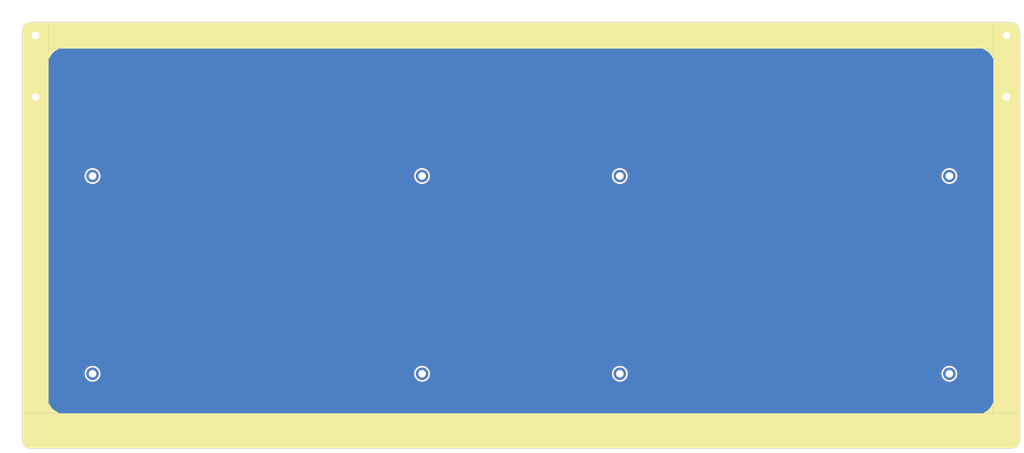
<source format=kicad_pcb>
(kicad_pcb (version 20171130) (host pcbnew "(5.1.5)-2")

  (general
    (thickness 1.6)
    (drawings 50)
    (tracks 0)
    (zones 0)
    (modules 13)
    (nets 1)
  )

  (page A3)
  (layers
    (0 F.Cu signal)
    (31 B.Cu signal)
    (32 B.Adhes user)
    (33 F.Adhes user)
    (34 B.Paste user)
    (35 F.Paste user)
    (36 B.SilkS user)
    (37 F.SilkS user)
    (38 B.Mask user)
    (39 F.Mask user)
    (40 Dwgs.User user)
    (41 Cmts.User user)
    (42 Eco1.User user hide)
    (43 Eco2.User user hide)
    (44 Edge.Cuts user)
    (45 Margin user)
    (46 B.CrtYd user)
    (47 F.CrtYd user)
    (48 B.Fab user)
    (49 F.Fab user)
  )

  (setup
    (last_trace_width 0.254)
    (user_trace_width 0.3)
    (user_trace_width 0.8)
    (trace_clearance 0.254)
    (zone_clearance 0.508)
    (zone_45_only no)
    (trace_min 0.2)
    (via_size 1)
    (via_drill 0.6)
    (via_min_size 0.4)
    (via_min_drill 0.3)
    (uvia_size 0.3)
    (uvia_drill 0.1)
    (uvias_allowed no)
    (uvia_min_size 0.2)
    (uvia_min_drill 0.1)
    (edge_width 0.05)
    (segment_width 0.2)
    (pcb_text_width 0.3)
    (pcb_text_size 1.5 1.5)
    (mod_edge_width 0.12)
    (mod_text_size 1 1)
    (mod_text_width 0.15)
    (pad_size 1.524 1.524)
    (pad_drill 0.762)
    (pad_to_mask_clearance 0.051)
    (solder_mask_min_width 0.25)
    (aux_axis_origin 0 0)
    (grid_origin 50.8 76.2)
    (visible_elements 7FFFFFFF)
    (pcbplotparams
      (layerselection 0x010f0_ffffffff)
      (usegerberextensions false)
      (usegerberattributes false)
      (usegerberadvancedattributes false)
      (creategerberjobfile false)
      (excludeedgelayer true)
      (linewidth 0.100000)
      (plotframeref false)
      (viasonmask false)
      (mode 1)
      (useauxorigin false)
      (hpglpennumber 1)
      (hpglpenspeed 20)
      (hpglpendiameter 15.000000)
      (psnegative false)
      (psa4output false)
      (plotreference true)
      (plotvalue true)
      (plotinvisibletext false)
      (padsonsilk false)
      (subtractmaskfromsilk false)
      (outputformat 1)
      (mirror false)
      (drillshape 0)
      (scaleselection 1)
      (outputdirectory "garber/Bottom/"))
  )

  (net 0 "")

  (net_class Default "これはデフォルトのネット クラスです。"
    (clearance 0.254)
    (trace_width 0.254)
    (via_dia 1)
    (via_drill 0.6)
    (uvia_dia 0.3)
    (uvia_drill 0.1)
  )

  (net_class Power ""
    (clearance 0.254)
    (trace_width 0.762)
    (via_dia 1.2)
    (via_drill 0.8)
    (uvia_dia 0.3)
    (uvia_drill 0.1)
  )

  (module Logo:ASTRA515_logo_L (layer B.Cu) (tedit 0) (tstamp 5F8CAE2B)
    (at 195.58 118.618 180)
    (fp_text reference G*** (at 0 0) (layer B.SilkS) hide
      (effects (font (size 1.524 1.524) (thickness 0.3)) (justify mirror))
    )
    (fp_text value LOGO (at 0.75 0) (layer B.SilkS) hide
      (effects (font (size 1.524 1.524) (thickness 0.3)) (justify mirror))
    )
    (fp_poly (pts (xy 44.98104 14.256434) (xy 45.00666 14.214478) (xy 45.069774 14.105506) (xy 45.166522 13.936383)
      (xy 45.293043 13.713972) (xy 45.445476 13.445136) (xy 45.61996 13.136739) (xy 45.812634 12.795646)
      (xy 46.019636 12.428719) (xy 46.237107 12.042823) (xy 46.461185 11.644821) (xy 46.688008 11.241577)
      (xy 46.913717 10.839955) (xy 47.13445 10.446818) (xy 47.346346 10.06903) (xy 47.545544 9.713455)
      (xy 47.728183 9.386956) (xy 47.890402 9.096398) (xy 48.028341 8.848643) (xy 48.138138 8.650556)
      (xy 48.215932 8.509001) (xy 48.255753 8.434917) (xy 48.305312 8.339667) (xy 44.959489 8.339667)
      (xy 44.435506 8.340031) (xy 43.936713 8.341086) (xy 43.469486 8.342775) (xy 43.040198 8.345042)
      (xy 42.655225 8.34783) (xy 42.320944 8.351085) (xy 42.043727 8.354749) (xy 41.829952 8.358766)
      (xy 41.685992 8.36308) (xy 41.618223 8.367634) (xy 41.613667 8.369178) (xy 41.633908 8.409827)
      (xy 41.692559 8.518672) (xy 41.786511 8.690121) (xy 41.912656 8.918581) (xy 42.029499 9.129249)
      (xy 42.926 9.129249) (xy 42.926 9.129222) (xy 42.96697 9.123722) (xy 43.084428 9.118587)
      (xy 43.270196 9.113929) (xy 43.516095 9.109859) (xy 43.813948 9.106486) (xy 44.155575 9.103924)
      (xy 44.532799 9.102281) (xy 44.937442 9.101669) (xy 44.959087 9.101667) (xy 46.992174 9.101667)
      (xy 46.928001 9.225765) (xy 46.885425 9.304878) (xy 46.808812 9.443908) (xy 46.703165 9.633975)
      (xy 46.573492 9.866198) (xy 46.424797 10.131696) (xy 46.262086 10.421586) (xy 46.090364 10.726989)
      (xy 45.914638 11.039023) (xy 45.739912 11.348806) (xy 45.571193 11.647459) (xy 45.413486 11.926099)
      (xy 45.271796 12.175845) (xy 45.15113 12.387817) (xy 45.056492 12.553133) (xy 44.992889 12.662912)
      (xy 44.965326 12.708272) (xy 44.964903 12.708777) (xy 44.940633 12.677886) (xy 44.879975 12.581648)
      (xy 44.787816 12.428639) (xy 44.669041 12.227439) (xy 44.528536 11.986625) (xy 44.371187 11.714774)
      (xy 44.20188 11.420464) (xy 44.0255 11.112274) (xy 43.846934 10.79878) (xy 43.671068 10.488561)
      (xy 43.502786 10.190194) (xy 43.346976 9.912257) (xy 43.208524 9.663329) (xy 43.092314 9.451986)
      (xy 43.003232 9.286806) (xy 42.946166 9.176368) (xy 42.926 9.129249) (xy 42.029499 9.129249)
      (xy 42.067886 9.198459) (xy 42.249091 9.524165) (xy 42.453163 9.890105) (xy 42.676993 10.290687)
      (xy 42.917473 10.72032) (xy 43.171495 11.17341) (xy 43.273055 11.354361) (xy 43.588374 11.915252)
      (xy 43.865036 12.405669) (xy 44.105217 12.829307) (xy 44.31109 13.189862) (xy 44.484832 13.491031)
      (xy 44.628617 13.736508) (xy 44.74462 13.929989) (xy 44.835017 14.07517) (xy 44.901983 14.175748)
      (xy 44.947692 14.235416) (xy 44.974319 14.257873) (xy 44.98104 14.256434)) (layer B.Mask) (width 0.01))
    (fp_poly (pts (xy -15.917744 14.933986) (xy -10.3505 14.92221) (xy -9.945211 14.81027) (xy -9.337908 14.606669)
      (xy -8.792507 14.347512) (xy -8.3072 14.03091) (xy -7.880179 13.654978) (xy -7.509639 13.217827)
      (xy -7.193771 12.71757) (xy -6.93077 12.152321) (xy -6.718828 11.520191) (xy -6.688508 11.408834)
      (xy -6.637435 11.212811) (xy -6.593311 11.034194) (xy -6.555579 10.865136) (xy -6.523683 10.697791)
      (xy -6.497066 10.524312) (xy -6.475171 10.336852) (xy -6.457442 10.127565) (xy -6.443322 9.888602)
      (xy -6.432253 9.612119) (xy -6.423681 9.290267) (xy -6.417047 8.9152) (xy -6.411795 8.479071)
      (xy -6.407368 7.974034) (xy -6.40321 7.392241) (xy -6.403175 7.387167) (xy -6.399409 6.681876)
      (xy -6.398214 6.060748) (xy -6.399595 5.523318) (xy -6.403555 5.069119) (xy -6.410099 4.697687)
      (xy -6.419232 4.408558) (xy -6.430957 4.201265) (xy -6.433172 4.174553) (xy -6.533448 3.399044)
      (xy -6.693312 2.681883) (xy -6.914018 2.020056) (xy -7.19682 1.410548) (xy -7.542971 0.850342)
      (xy -7.953726 0.336423) (xy -8.089893 0.190663) (xy -8.543319 -0.22944) (xy -9.017675 -0.571523)
      (xy -9.522175 -0.841418) (xy -10.018545 -1.030249) (xy -10.197439 -1.084767) (xy -10.363094 -1.129656)
      (xy -10.525739 -1.165665) (xy -10.695603 -1.193542) (xy -10.882916 -1.214036) (xy -11.097906 -1.227895)
      (xy -11.350803 -1.235867) (xy -11.651836 -1.238702) (xy -12.011235 -1.237147) (xy -12.439227 -1.231951)
      (xy -12.716623 -1.227666) (xy -14.024412 -1.2065) (xy -16.67561 3.3655) (xy -14.444388 3.387453)
      (xy -13.94802 3.39253) (xy -13.52895 3.397387) (xy -13.179812 3.402328) (xy -12.89324 3.407655)
      (xy -12.661868 3.413672) (xy -12.478329 3.420681) (xy -12.335256 3.428986) (xy -12.225283 3.43889)
      (xy -12.141045 3.450695) (xy -12.075174 3.464706) (xy -12.020303 3.481225) (xy -12.0015 3.487964)
      (xy -11.694032 3.63809) (xy -11.44737 3.840802) (xy -11.254769 4.103303) (xy -11.109486 4.432795)
      (xy -11.105384 4.445) (xy -11.087973 4.502634) (xy -11.073362 4.567126) (xy -11.06131 4.646029)
      (xy -11.051573 4.7469) (xy -11.043908 4.877291) (xy -11.038073 5.044759) (xy -11.033825 5.256856)
      (xy -11.030922 5.521139) (xy -11.02912 5.84516) (xy -11.028176 6.236476) (xy -11.027848 6.70264)
      (xy -11.027833 6.858) (xy -11.027905 7.343458) (xy -11.028312 7.751697) (xy -11.029345 8.090168)
      (xy -11.031293 8.36632) (xy -11.034446 8.587601) (xy -11.039094 8.76146) (xy -11.045526 8.895347)
      (xy -11.054031 8.99671) (xy -11.064899 9.072998) (xy -11.078421 9.131662) (xy -11.094885 9.180148)
      (xy -11.114581 9.225908) (xy -11.120391 9.238545) (xy -11.280005 9.520852) (xy -11.476576 9.743333)
      (xy -11.726365 9.921154) (xy -11.985517 10.045599) (xy -12.213167 10.138834) (xy -18.228627 10.16)
      (xy -24.244087 10.181167) (xy -22.864537 12.563465) (xy -21.484987 14.945762) (xy -15.917744 14.933986)) (layer B.Mask) (width 0.01))
    (fp_poly (pts (xy 1.790335 14.978589) (xy 2.210328 14.976687) (xy 2.337574 14.975893) (xy 4.030724 14.964834)
      (xy 12.625085 0.042334) (xy 13.225553 -1.000308) (xy 13.815317 -2.024448) (xy 14.392971 -3.02764)
      (xy 14.957106 -4.007437) (xy 15.506316 -4.961393) (xy 16.039193 -5.887061) (xy 16.55433 -6.781996)
      (xy 17.05032 -7.64375) (xy 17.525754 -8.469878) (xy 17.979227 -9.257932) (xy 18.409331 -10.005467)
      (xy 18.814658 -10.710037) (xy 19.1938 -11.369193) (xy 19.545352 -11.980492) (xy 19.867904 -12.541485)
      (xy 20.160051 -13.049727) (xy 20.420385 -13.502771) (xy 20.647497 -13.898171) (xy 20.839982 -14.23348)
      (xy 20.996432 -14.506252) (xy 21.115439 -14.714041) (xy 21.195596 -14.8544) (xy 21.235496 -14.924883)
      (xy 21.239919 -14.933083) (xy 21.228531 -14.944296) (xy 21.181578 -14.953901) (xy 21.093866 -14.962002)
      (xy 20.960197 -14.968703) (xy 20.775378 -14.974109) (xy 20.534213 -14.978325) (xy 20.231507 -14.981455)
      (xy 19.862065 -14.983603) (xy 19.420692 -14.984874) (xy 18.902192 -14.985374) (xy 18.641779 -14.985374)
      (xy 16.023167 -14.984749) (xy 14.260177 -11.863291) (xy 12.497188 -8.741833) (xy 5.804091 -8.720666)
      (xy 5.058143 -8.718149) (xy 4.335399 -8.715402) (xy 3.640377 -8.712455) (xy 2.977592 -8.709341)
      (xy 2.351563 -8.70609) (xy 1.766806 -8.702733) (xy 1.227838 -8.699304) (xy 0.739176 -8.695831)
      (xy 0.305336 -8.692348) (xy -0.069164 -8.688885) (xy -0.379807 -8.685474) (xy -0.622076 -8.682146)
      (xy -0.791455 -8.678933) (xy -0.883427 -8.675866) (xy -0.899586 -8.674088) (xy -0.886287 -8.631181)
      (xy -0.844239 -8.516782) (xy -0.776205 -8.337983) (xy -0.68495 -8.101877) (xy -0.573237 -7.815554)
      (xy -0.44383 -7.486108) (xy -0.299495 -7.120629) (xy -0.142994 -6.726209) (xy -0.021167 -6.420353)
      (xy 0.867833 -4.192029) (xy 5.36575 -4.191514) (xy 5.975101 -4.191267) (xy 6.560139 -4.190685)
      (xy 7.115365 -4.18979) (xy 7.635281 -4.188608) (xy 8.114389 -4.187163) (xy 8.54719 -4.185479)
      (xy 8.928186 -4.183579) (xy 9.251878 -4.181488) (xy 9.512769 -4.179231) (xy 9.705358 -4.176831)
      (xy 9.824149 -4.174313) (xy 9.863667 -4.171762) (xy 9.842559 -4.132986) (xy 9.781102 -4.026104)
      (xy 9.682096 -3.855855) (xy 9.54834 -3.626979) (xy 9.382635 -3.344218) (xy 9.18778 -3.01231)
      (xy 8.966575 -2.635996) (xy 8.72182 -2.220016) (xy 8.456314 -1.76911) (xy 8.172857 -1.288019)
      (xy 7.87425 -0.781481) (xy 7.563292 -0.254237) (xy 7.242782 0.288972) (xy 6.915521 0.843407)
      (xy 6.584308 1.404327) (xy 6.251943 1.966993) (xy 5.921226 2.526665) (xy 5.594957 3.078602)
      (xy 5.275935 3.618064) (xy 4.96696 4.140311) (xy 4.670833 4.640604) (xy 4.390352 5.114201)
      (xy 4.128318 5.556364) (xy 3.887531 5.962351) (xy 3.670789 6.327424) (xy 3.480894 6.646841)
      (xy 3.320645 6.915863) (xy 3.192841 7.129749) (xy 3.100282 7.28376) (xy 3.045769 7.373156)
      (xy 3.031707 7.394791) (xy 3.018434 7.379405) (xy 2.988423 7.321117) (xy 2.940928 7.218091)
      (xy 2.875201 7.06849) (xy 2.790496 6.87048) (xy 2.686065 6.622224) (xy 2.561162 6.321886)
      (xy 2.41504 5.96763) (xy 2.24695 5.557621) (xy 2.056148 5.090023) (xy 1.841884 4.563)
      (xy 1.603413 3.974717) (xy 1.339988 3.323336) (xy 1.050861 2.607023) (xy 0.735285 1.823942)
      (xy 0.392514 0.972256) (xy 0.0218 0.050131) (xy -0.377604 -0.944271) (xy -0.806444 -2.012784)
      (xy -1.265468 -3.157244) (xy -1.498655 -3.738876) (xy -1.872543 -4.671451) (xy -2.238354 -5.583636)
      (xy -2.594829 -6.472302) (xy -2.940709 -7.334318) (xy -3.274735 -8.166554) (xy -3.595649 -8.965879)
      (xy -3.902191 -9.729165) (xy -4.193103 -10.45328) (xy -4.467127 -11.135094) (xy -4.723003 -11.771477)
      (xy -4.959472 -12.359298) (xy -5.175276 -12.895428) (xy -5.369157 -13.376737) (xy -5.539855 -13.800094)
      (xy -5.686111 -14.162368) (xy -5.806668 -14.460431) (xy -5.900265 -14.69115) (xy -5.965644 -14.851397)
      (xy -6.001547 -14.938041) (xy -6.008406 -14.953384) (xy -6.033101 -14.922572) (xy -6.096236 -14.823733)
      (xy -6.194505 -14.662498) (xy -6.324604 -14.444501) (xy -6.48323 -14.175374) (xy -6.667077 -13.860751)
      (xy -6.872841 -13.506265) (xy -7.097219 -13.117549) (xy -7.336905 -12.700234) (xy -7.588596 -12.259956)
      (xy -7.596557 -12.245998) (xy -7.84864 -11.803332) (xy -8.088065 -11.381683) (xy -8.311569 -10.98687)
      (xy -8.51589 -10.624714) (xy -8.697765 -10.301036) (xy -8.85393 -10.021657) (xy -8.981124 -9.792398)
      (xy -9.076084 -9.619079) (xy -9.135546 -9.507522) (xy -9.156249 -9.463547) (xy -9.156249 -9.463447)
      (xy -9.140516 -9.421089) (xy -9.094421 -9.303174) (xy -9.019165 -9.112706) (xy -8.915952 -8.85269)
      (xy -8.785984 -8.52613) (xy -8.630463 -8.136032) (xy -8.450591 -7.685401) (xy -8.247573 -7.177241)
      (xy -8.022609 -6.614558) (xy -7.776902 -6.000355) (xy -7.511655 -5.337638) (xy -7.228071 -4.629412)
      (xy -6.927351 -3.878682) (xy -6.610699 -3.088452) (xy -6.279316 -2.261728) (xy -5.934406 -1.401513)
      (xy -5.577171 -0.510814) (xy -5.208813 0.407365) (xy -4.830536 1.35002) (xy -4.44354 2.314145)
      (xy -4.276386 2.7305) (xy -3.885929 3.703014) (xy -3.503558 4.655389) (xy -3.130481 5.584614)
      (xy -2.767907 6.487684) (xy -2.417041 7.361589) (xy -2.079093 8.20332) (xy -1.755271 9.00987)
      (xy -1.446781 9.778231) (xy -1.154832 10.505393) (xy -0.880632 11.18835) (xy -0.625388 11.824091)
      (xy -0.390309 12.40961) (xy -0.176601 12.941898) (xy 0.014526 13.417946) (xy 0.181866 13.834746)
      (xy 0.324211 14.18929) (xy 0.440352 14.47857) (xy 0.529082 14.699577) (xy 0.589194 14.849303)
      (xy 0.619479 14.92474) (xy 0.623019 14.93356) (xy 0.645547 14.947372) (xy 0.705273 14.958455)
      (xy 0.808725 14.966972) (xy 0.962429 14.973082) (xy 1.172914 14.976948) (xy 1.446707 14.97873)
      (xy 1.790335 14.978589)) (layer B.Mask) (width 0.01))
    (fp_poly (pts (xy -66.129594 2.752428) (xy -61.160354 -9.480271) (xy -62.696634 -12.180218) (xy -62.947326 -12.620395)
      (xy -63.18654 -13.039639) (xy -63.410881 -13.432049) (xy -63.616955 -13.791723) (xy -63.801366 -14.112757)
      (xy -63.960719 -14.38925) (xy -64.091619 -14.615301) (xy -64.190671 -14.785006) (xy -64.254479 -14.892463)
      (xy -64.279208 -14.931354) (xy -64.292666 -14.915554) (xy -64.323341 -14.85569) (xy -64.371965 -14.749959)
      (xy -64.439271 -14.596563) (xy -64.525993 -14.3937) (xy -64.632863 -14.139571) (xy -64.760616 -13.832376)
      (xy -64.909984 -13.470314) (xy -65.0817 -13.051585) (xy -65.276498 -12.574389) (xy -65.49511 -12.036925)
      (xy -65.738271 -11.437395) (xy -66.006712 -10.773996) (xy -66.301168 -10.04493) (xy -66.622371 -9.248396)
      (xy -66.971055 -8.382593) (xy -67.347952 -7.445722) (xy -67.753797 -6.435982) (xy -68.189321 -5.351574)
      (xy -68.655259 -4.190697) (xy -68.761991 -3.924687) (xy -69.13468 -2.995831) (xy -69.499569 -2.08654)
      (xy -69.855373 -1.200013) (xy -70.200807 -0.339445) (xy -70.534587 0.491967) (xy -70.855428 1.291025)
      (xy -71.162045 2.054533) (xy -71.453153 2.779293) (xy -71.727469 3.462109) (xy -71.983706 4.099784)
      (xy -72.220581 4.689121) (xy -72.436809 5.226922) (xy -72.631104 5.709991) (xy -72.802183 6.135132)
      (xy -72.948761 6.499146) (xy -73.069552 6.798838) (xy -73.163272 7.031009) (xy -73.228637 7.192464)
      (xy -73.264362 7.280005) (xy -73.270491 7.294578) (xy -73.3425 7.455988) (xy -76.775064 1.643078)
      (xy -80.207628 -4.169833) (xy -75.700632 -4.191) (xy -71.193636 -4.212166) (xy -70.310152 -6.432332)
      (xy -70.146865 -6.843252) (xy -69.993358 -7.230702) (xy -69.85243 -7.587533) (xy -69.726885 -7.906598)
      (xy -69.619523 -8.180747) (xy -69.533145 -8.402832) (xy -69.470555 -8.565706) (xy -69.434553 -8.662218)
      (xy -69.426667 -8.686582) (xy -69.468249 -8.690383) (xy -69.589993 -8.694077) (xy -69.787393 -8.697639)
      (xy -70.055943 -8.701045) (xy -70.391138 -8.704274) (xy -70.788473 -8.7073) (xy -71.243443 -8.7101)
      (xy -71.751542 -8.712651) (xy -72.308265 -8.71493) (xy -72.909106 -8.716913) (xy -73.54956 -8.718575)
      (xy -74.225122 -8.719895) (xy -74.931286 -8.720848) (xy -75.663547 -8.72141) (xy -76.125917 -8.721552)
      (xy -82.825167 -8.722438) (xy -84.586615 -11.843635) (xy -86.348064 -14.964833) (xy -88.979952 -14.975737)
      (xy -91.611839 -14.986641) (xy -91.548709 -14.869904) (xy -91.52338 -14.825373) (xy -91.457257 -14.709916)
      (xy -91.351758 -14.526) (xy -91.208301 -14.276092) (xy -91.028304 -13.96266) (xy -90.813185 -13.588171)
      (xy -90.564364 -13.155092) (xy -90.283257 -12.66589) (xy -89.971284 -12.123031) (xy -89.629862 -11.528985)
      (xy -89.260409 -10.886217) (xy -88.864345 -10.197194) (xy -88.443086 -9.464385) (xy -87.998051 -8.690255)
      (xy -87.530659 -7.877273) (xy -87.042327 -7.027905) (xy -86.534473 -6.144619) (xy -86.008517 -5.229881)
      (xy -85.465876 -4.286159) (xy -84.907968 -3.315921) (xy -84.336212 -2.321633) (xy -83.752025 -1.305762)
      (xy -83.156827 -0.270775) (xy -82.940242 0.105834) (xy -74.394905 14.964834) (xy -72.746869 14.974981)
      (xy -71.098833 14.985127) (xy -66.129594 2.752428)) (layer B.Mask) (width 0.01))
    (fp_poly (pts (xy 76.723683 14.964834) (xy 78.095881 12.615334) (xy 78.33447 12.206572) (xy 78.560553 11.818763)
      (xy 78.770481 11.458194) (xy 78.960609 11.131149) (xy 79.127291 10.843915) (xy 79.26688 10.602776)
      (xy 79.375729 10.414019) (xy 79.450193 10.28393) (xy 79.486625 10.218792) (xy 79.489568 10.212917)
      (xy 79.477497 10.205923) (xy 79.433208 10.199534) (xy 79.353491 10.193726) (xy 79.235136 10.188476)
      (xy 79.074931 10.183758) (xy 78.869667 10.179549) (xy 78.616132 10.175826) (xy 78.311115 10.172564)
      (xy 77.951407 10.169739) (xy 77.533796 10.167328) (xy 77.055071 10.165306) (xy 76.512022 10.16365)
      (xy 75.901438 10.162335) (xy 75.220108 10.161338) (xy 74.464822 10.160634) (xy 73.632368 10.160201)
      (xy 72.719537 10.160013) (xy 72.394529 10.16) (xy 71.625208 10.159864) (xy 70.879072 10.159464)
      (xy 70.160494 10.158814) (xy 69.473845 10.157929) (xy 68.823496 10.156824) (xy 68.213817 10.155512)
      (xy 67.649182 10.154009) (xy 67.13396 10.152328) (xy 66.672523 10.150484) (xy 66.269242 10.148491)
      (xy 65.928489 10.146363) (xy 65.654634 10.144115) (xy 65.45205 10.141762) (xy 65.325107 10.139317)
      (xy 65.278177 10.136795) (xy 65.278 10.13663) (xy 65.298477 10.097246) (xy 65.35795 9.989506)
      (xy 65.453481 9.818606) (xy 65.582133 9.589742) (xy 65.740968 9.308111) (xy 65.927048 8.978909)
      (xy 66.137437 8.607333) (xy 66.369196 8.198579) (xy 66.619388 7.757843) (xy 66.885075 7.290322)
      (xy 67.16332 6.801213) (xy 67.192492 6.749963) (xy 69.106984 3.386667) (xy 74.363507 3.386667)
      (xy 75.17706 3.386572) (xy 75.910843 3.386201) (xy 76.569753 3.385425) (xy 77.158687 3.384112)
      (xy 77.68254 3.382135) (xy 78.146209 3.379362) (xy 78.554591 3.375664) (xy 78.912583 3.370912)
      (xy 79.225081 3.364975) (xy 79.496981 3.357725) (xy 79.733181 3.34903) (xy 79.938577 3.338762)
      (xy 80.118064 3.32679) (xy 80.276541 3.312986) (xy 80.418904 3.297218) (xy 80.550048 3.279358)
      (xy 80.674872 3.259275) (xy 80.79827 3.23684) (xy 80.920167 3.212924) (xy 81.625141 3.034245)
      (xy 82.300702 2.786394) (xy 82.949636 2.467338) (xy 83.574732 2.075044) (xy 84.178778 1.60748)
      (xy 84.764562 1.062614) (xy 85.334872 0.438413) (xy 85.892497 -0.267155) (xy 86.111831 -0.5715)
      (xy 86.164892 -0.654029) (xy 86.256085 -0.804128) (xy 86.381893 -1.01565) (xy 86.538802 -1.282449)
      (xy 86.723294 -1.598381) (xy 86.931854 -1.957299) (xy 87.160965 -2.353057) (xy 87.407111 -2.77951)
      (xy 87.666776 -3.230512) (xy 87.936445 -3.699917) (xy 88.2126 -4.18158) (xy 88.491726 -4.669355)
      (xy 88.770306 -5.157096) (xy 89.044825 -5.638657) (xy 89.311765 -6.107893) (xy 89.567612 -6.558658)
      (xy 89.808849 -6.984806) (xy 90.03196 -7.380192) (xy 90.233429 -7.738669) (xy 90.409739 -8.054093)
      (xy 90.557374 -8.320317) (xy 90.672819 -8.531195) (xy 90.752557 -8.680583) (xy 90.764592 -8.703871)
      (xy 91.084285 -9.387839) (xy 91.329471 -10.050232) (xy 91.503295 -10.703216) (xy 91.608904 -11.358956)
      (xy 91.649442 -12.029617) (xy 91.650105 -12.1285) (xy 91.635409 -12.523787) (xy 91.587261 -12.86665)
      (xy 91.499821 -13.184699) (xy 91.367252 -13.505546) (xy 91.352366 -13.536622) (xy 91.155703 -13.868009)
      (xy 90.901375 -14.182045) (xy 90.608599 -14.459048) (xy 90.296595 -14.679337) (xy 90.17 -14.747512)
      (xy 90.100405 -14.782244) (xy 90.037705 -14.813978) (xy 89.977993 -14.842852) (xy 89.917363 -14.868999)
      (xy 89.851909 -14.892555) (xy 89.777724 -14.913656) (xy 89.690903 -14.932435) (xy 89.587539 -14.949029)
      (xy 89.463726 -14.963572) (xy 89.315558 -14.976201) (xy 89.139129 -14.987048) (xy 88.930532 -14.996251)
      (xy 88.685862 -15.003944) (xy 88.401211 -15.010263) (xy 88.072675 -15.015341) (xy 87.696347 -15.019316)
      (xy 87.26832 -15.022321) (xy 86.784688 -15.024492) (xy 86.241546 -15.025964) (xy 85.634987 -15.026872)
      (xy 84.961105 -15.027351) (xy 84.215994 -15.027537) (xy 83.395747 -15.027564) (xy 82.496459 -15.027568)
      (xy 82.074726 -15.027598) (xy 74.889618 -15.028333) (xy 74.828717 -14.933083) (xy 74.797772 -14.879749)
      (xy 74.729657 -14.758993) (xy 74.628103 -14.577523) (xy 74.49684 -14.342048) (xy 74.339599 -14.059279)
      (xy 74.160111 -13.735923) (xy 73.962106 -13.378691) (xy 73.749315 -12.994291) (xy 73.525469 -12.589433)
      (xy 73.516388 -12.573) (xy 72.264961 -10.308166) (xy 78.582231 -10.287) (xy 84.8995 -10.265833)
      (xy 85.181282 -10.170107) (xy 85.43316 -10.056283) (xy 85.61631 -9.905169) (xy 85.735452 -9.708984)
      (xy 85.795305 -9.459945) (xy 85.800591 -9.150267) (xy 85.800517 -9.149025) (xy 85.760358 -8.849763)
      (xy 85.669759 -8.566731) (xy 85.654468 -8.530166) (xy 85.610693 -8.440078) (xy 85.528801 -8.283899)
      (xy 85.412914 -8.068919) (xy 85.267154 -7.802426) (xy 85.09564 -7.491708) (xy 84.902495 -7.144054)
      (xy 84.691839 -6.766753) (xy 84.467793 -6.367093) (xy 84.234479 -5.952363) (xy 83.996017 -5.529851)
      (xy 83.756529 -5.106847) (xy 83.520136 -4.690638) (xy 83.290958 -4.288514) (xy 83.073117 -3.907762)
      (xy 82.870734 -3.555672) (xy 82.68793 -3.239532) (xy 82.528827 -2.966631) (xy 82.397544 -2.744257)
      (xy 82.298203 -2.579699) (xy 82.234926 -2.480246) (xy 82.228584 -2.471089) (xy 81.909568 -2.091864)
      (xy 81.53345 -1.770674) (xy 81.110652 -1.514969) (xy 80.651596 -1.332198) (xy 80.623833 -1.323921)
      (xy 80.586346 -1.314106) (xy 80.541388 -1.30517) (xy 80.484948 -1.297064) (xy 80.413013 -1.289739)
      (xy 80.321572 -1.283144) (xy 80.206613 -1.27723) (xy 80.064123 -1.271947) (xy 79.890091 -1.267246)
      (xy 79.680504 -1.263077) (xy 79.43135 -1.259391) (xy 79.138618 -1.256137) (xy 78.798295 -1.253266)
      (xy 78.406369 -1.250728) (xy 77.958829 -1.248475) (xy 77.451661 -1.246455) (xy 76.880855 -1.24462)
      (xy 76.242398 -1.242919) (xy 75.532278 -1.241304) (xy 74.746483 -1.239724) (xy 73.881001 -1.23813)
      (xy 73.659903 -1.237738) (xy 66.949973 -1.225907) (xy 62.37807 6.675263) (xy 61.939185 7.433755)
      (xy 61.510682 8.174321) (xy 61.094563 8.893506) (xy 60.692826 9.587852) (xy 60.307471 10.253902)
      (xy 59.940499 10.888198) (xy 59.593909 11.487285) (xy 59.269701 12.047704) (xy 58.969875 12.565999)
      (xy 58.69643 13.038713) (xy 58.451367 13.462389) (xy 58.236685 13.83357) (xy 58.054385 14.148798)
      (xy 57.906465 14.404617) (xy 57.794926 14.59757) (xy 57.721768 14.724199) (xy 57.68899 14.781049)
      (xy 57.688841 14.781309) (xy 57.571515 14.986184) (xy 76.723683 14.964834)) (layer B.Mask) (width 0.01))
    (fp_poly (pts (xy 59.435171 0.010584) (xy 60.040828 -1.0327) (xy 60.635704 -2.057429) (xy 61.218388 -3.061174)
      (xy 61.787471 -4.041504) (xy 62.34154 -4.995989) (xy 62.879187 -5.922199) (xy 63.398999 -6.817702)
      (xy 63.899567 -7.68007) (xy 64.37948 -8.506871) (xy 64.837327 -9.295675) (xy 65.271699 -10.044052)
      (xy 65.681183 -10.749571) (xy 66.064371 -11.409803) (xy 66.41985 -12.022316) (xy 66.746212 -12.584681)
      (xy 67.042044 -13.094467) (xy 67.305937 -13.549244) (xy 67.536479 -13.946581) (xy 67.732261 -14.284048)
      (xy 67.891872 -14.559214) (xy 68.013901 -14.769651) (xy 68.096938 -14.912926) (xy 68.139572 -14.98661)
      (xy 68.14529 -14.996583) (xy 68.107017 -15.00207) (xy 67.991078 -15.007257) (xy 67.804474 -15.012062)
      (xy 67.554205 -15.016403) (xy 67.247273 -15.020197) (xy 66.890677 -15.023364) (xy 66.491419 -15.025821)
      (xy 66.056499 -15.027486) (xy 65.592917 -15.028277) (xy 65.431134 -15.028333) (xy 62.700605 -15.028333)
      (xy 62.471245 -14.63675) (xy 62.374751 -14.471688) (xy 62.240655 -14.24181) (xy 62.070687 -13.950092)
      (xy 61.866574 -13.599513) (xy 61.630046 -13.193049) (xy 61.36283 -12.733679) (xy 61.066656 -12.224379)
      (xy 60.743253 -11.668127) (xy 60.394348 -11.067901) (xy 60.021671 -10.426679) (xy 59.626949 -9.747437)
      (xy 59.211913 -9.033153) (xy 58.77829 -8.286805) (xy 58.327809 -7.51137) (xy 57.862199 -6.709826)
      (xy 57.383188 -5.88515) (xy 56.892505 -5.040321) (xy 56.391879 -4.178314) (xy 55.883037 -3.302108)
      (xy 55.36771 -2.414681) (xy 54.847625 -1.519009) (xy 54.324511 -0.618071) (xy 53.800097 0.285156)
      (xy 53.276111 1.187695) (xy 52.754282 2.086569) (xy 52.236339 2.978798) (xy 51.72401 3.861407)
      (xy 51.219024 4.731418) (xy 50.723109 5.585852) (xy 50.237995 6.421733) (xy 49.765409 7.236083)
      (xy 49.307081 8.025925) (xy 48.864739 8.788281) (xy 48.440111 9.520173) (xy 48.034927 10.218624)
      (xy 47.650915 10.880657) (xy 47.289803 11.503294) (xy 46.95332 12.083557) (xy 46.643196 12.618469)
      (xy 46.361158 13.105053) (xy 46.108935 13.54033) (xy 45.888255 13.921324) (xy 45.700848 14.245057)
      (xy 45.548442 14.508551) (xy 45.432766 14.70883) (xy 45.355548 14.842914) (xy 45.318517 14.907828)
      (xy 45.315361 14.913678) (xy 45.313851 14.92822) (xy 45.325307 14.940679) (xy 45.355706 14.951214)
      (xy 45.411024 14.959986) (xy 45.497238 14.967154) (xy 45.620324 14.97288) (xy 45.78626 14.977322)
      (xy 46.001021 14.980641) (xy 46.270585 14.982998) (xy 46.600927 14.984552) (xy 46.998026 14.985464)
      (xy 47.467857 14.985893) (xy 48.014516 14.986) (xy 50.741424 14.986) (xy 59.435171 0.010584)) (layer B.Mask) (width 0.01))
    (fp_poly (pts (xy 38.90157 12.583584) (xy 40.302876 10.181167) (xy 33.185623 10.170461) (xy 32.27533 10.16906)
      (xy 31.445969 10.167691) (xy 30.693801 10.166311) (xy 30.015092 10.164875) (xy 29.406105 10.163337)
      (xy 28.863104 10.161653) (xy 28.382353 10.159779) (xy 27.960116 10.15767) (xy 27.592656 10.155281)
      (xy 27.276238 10.152568) (xy 27.007125 10.149487) (xy 26.781581 10.145991) (xy 26.595871 10.142038)
      (xy 26.446257 10.137581) (xy 26.329005 10.132577) (xy 26.240377 10.126982) (xy 26.176638 10.120749)
      (xy 26.134051 10.113836) (xy 26.108881 10.106196) (xy 26.097391 10.097786) (xy 26.095845 10.088561)
      (xy 26.096697 10.085794) (xy 26.121413 10.038813) (xy 26.185047 9.923626) (xy 26.284578 9.745579)
      (xy 26.416985 9.510015) (xy 26.579247 9.22228) (xy 26.768344 8.887719) (xy 26.981254 8.511675)
      (xy 27.214957 8.099493) (xy 27.466432 7.656518) (xy 27.732659 7.188095) (xy 28.009786 6.701026)
      (xy 29.894547 3.390217) (xy 35.38369 3.376121) (xy 36.177554 3.374063) (xy 36.891448 3.372123)
      (xy 37.530068 3.370218) (xy 38.098111 3.368265) (xy 38.600274 3.366179) (xy 39.041252 3.363878)
      (xy 39.425742 3.361278) (xy 39.75844 3.358295) (xy 40.044044 3.354847) (xy 40.287249 3.350849)
      (xy 40.492752 3.346219) (xy 40.665248 3.340872) (xy 40.809436 3.334725) (xy 40.93001 3.327695)
      (xy 41.031668 3.319698) (xy 41.119106 3.310652) (xy 41.19702 3.300471) (xy 41.270107 3.289073)
      (xy 41.343063 3.276375) (xy 41.380833 3.269535) (xy 41.88893 3.166619) (xy 42.337346 3.051418)
      (xy 42.750961 2.9159) (xy 43.154655 2.752034) (xy 43.518667 2.579404) (xy 44.131019 2.228343)
      (xy 44.733235 1.795622) (xy 45.322435 1.283934) (xy 45.895736 0.695974) (xy 46.450257 0.034436)
      (xy 46.910888 -0.592666) (xy 46.976048 -0.693626) (xy 47.079042 -0.862177) (xy 47.216302 -1.092057)
      (xy 47.384258 -1.377004) (xy 47.579342 -1.710755) (xy 47.797984 -2.087049) (xy 48.036616 -2.499624)
      (xy 48.291669 -2.942218) (xy 48.559574 -3.408568) (xy 48.836762 -3.892413) (xy 49.119664 -4.387492)
      (xy 49.404712 -4.88754) (xy 49.688336 -5.386298) (xy 49.966968 -5.877503) (xy 50.237039 -6.354892)
      (xy 50.494979 -6.812204) (xy 50.737221 -7.243177) (xy 50.960195 -7.641548) (xy 51.160332 -8.001057)
      (xy 51.334063 -8.31544) (xy 51.47782 -8.578436) (xy 51.588033 -8.783783) (xy 51.661134 -8.925219)
      (xy 51.669378 -8.941972) (xy 51.94563 -9.562778) (xy 52.155457 -10.160223) (xy 52.304386 -10.755572)
      (xy 52.397944 -11.370092) (xy 52.436892 -11.895666) (xy 52.442875 -12.304318) (xy 52.419485 -12.654286)
      (xy 52.362882 -12.96761) (xy 52.269225 -13.266331) (xy 52.150288 -13.540477) (xy 51.92756 -13.912597)
      (xy 51.641611 -14.248685) (xy 51.306148 -14.537531) (xy 50.934876 -14.767929) (xy 50.541502 -14.928671)
      (xy 50.408568 -14.964663) (xy 50.365601 -14.972709) (xy 50.305542 -14.980053) (xy 50.224669 -14.986725)
      (xy 50.119264 -14.992757) (xy 49.985606 -14.998181) (xy 49.819975 -15.003027) (xy 49.618653 -15.007327)
      (xy 49.377918 -15.011112) (xy 49.094051 -15.014413) (xy 48.763332 -15.017261) (xy 48.382042 -15.019688)
      (xy 47.94646 -15.021726) (xy 47.452866 -15.023404) (xy 46.897542 -15.024755) (xy 46.276766 -15.02581)
      (xy 45.586819 -15.026599) (xy 44.823982 -15.027155) (xy 43.984534 -15.027509) (xy 43.064756 -15.027691)
      (xy 42.904349 -15.027707) (xy 35.664865 -15.028333) (xy 34.374183 -12.695976) (xy 34.147758 -12.286617)
      (xy 33.933545 -11.898964) (xy 33.735058 -11.539399) (xy 33.555808 -11.214301) (xy 33.399309 -10.930052)
      (xy 33.269072 -10.693033) (xy 33.16861 -10.509624) (xy 33.101436 -10.386206) (xy 33.071063 -10.329161)
      (xy 33.069701 -10.326245) (xy 33.109654 -10.321603) (xy 33.23031 -10.317011) (xy 33.427704 -10.3125)
      (xy 33.697871 -10.3081) (xy 34.036849 -10.303843) (xy 34.440671 -10.299758) (xy 34.905375 -10.295877)
      (xy 35.426996 -10.29223) (xy 36.001569 -10.288848) (xy 36.62513 -10.285761) (xy 37.293716 -10.283001)
      (xy 38.003361 -10.280598) (xy 38.750101 -10.278582) (xy 39.398534 -10.27722) (xy 40.257584 -10.275598)
      (xy 41.036085 -10.274005) (xy 41.738152 -10.272386) (xy 42.367902 -10.270688) (xy 42.929452 -10.268855)
      (xy 43.426919 -10.266833) (xy 43.864418 -10.264569) (xy 44.246068 -10.262007) (xy 44.575983 -10.259094)
      (xy 44.858282 -10.255774) (xy 45.09708 -10.251994) (xy 45.296494 -10.2477) (xy 45.460641 -10.242836)
      (xy 45.593637 -10.237349) (xy 45.699599 -10.231184) (xy 45.782644 -10.224287) (xy 45.846888 -10.216604)
      (xy 45.896447 -10.20808) (xy 45.935439 -10.19866) (xy 45.961409 -10.190574) (xy 46.224028 -10.063913)
      (xy 46.420016 -9.887633) (xy 46.548689 -9.665217) (xy 46.609363 -9.400147) (xy 46.601352 -9.095903)
      (xy 46.523972 -8.755967) (xy 46.376539 -8.38382) (xy 46.333833 -8.296381) (xy 46.285766 -8.205774)
      (xy 46.200265 -8.049662) (xy 46.081588 -7.835565) (xy 45.933991 -7.571001) (xy 45.761733 -7.263491)
      (xy 45.569069 -6.920555) (xy 45.360258 -6.549711) (xy 45.139557 -6.15848) (xy 44.911222 -5.75438)
      (xy 44.67951 -5.344933) (xy 44.448679 -4.937656) (xy 44.222986 -4.540071) (xy 44.006688 -4.159696)
      (xy 43.804043 -3.804051) (xy 43.619306 -3.480656) (xy 43.456736 -3.19703) (xy 43.32059 -2.960693)
      (xy 43.215124 -2.779165) (xy 43.144597 -2.659965) (xy 43.122861 -2.624666) (xy 42.818699 -2.223436)
      (xy 42.458128 -1.880608) (xy 42.049544 -1.602544) (xy 41.601341 -1.395605) (xy 41.424122 -1.33745)
      (xy 41.383845 -1.325983) (xy 41.342231 -1.315559) (xy 41.295218 -1.30612) (xy 41.238742 -1.297608)
      (xy 41.168741 -1.289964) (xy 41.081154 -1.283131) (xy 40.971919 -1.277052) (xy 40.836971 -1.271667)
      (xy 40.672251 -1.266918) (xy 40.473695 -1.262749) (xy 40.23724 -1.2591) (xy 39.958826 -1.255915)
      (xy 39.634389 -1.253134) (xy 39.259867 -1.2507) (xy 38.831198 -1.248554) (xy 38.34432 -1.24664)
      (xy 37.79517 -1.244898) (xy 37.179687 -1.243271) (xy 36.493807 -1.241701) (xy 35.733469 -1.240129)
      (xy 34.89461 -1.238499) (xy 34.43256 -1.237621) (xy 27.738287 -1.224939) (xy 23.069682 6.848781)
      (xy 22.627776 7.613011) (xy 22.197065 8.357904) (xy 21.77947 9.080139) (xy 21.376913 9.776392)
      (xy 20.991312 10.443341) (xy 20.62459 11.077662) (xy 20.278668 11.676033) (xy 19.955465 12.235131)
      (xy 19.656902 12.751632) (xy 19.384901 13.222215) (xy 19.141382 13.643557) (xy 18.928266 14.012334)
      (xy 18.747474 14.325223) (xy 18.600926 14.578903) (xy 18.490543 14.770049) (xy 18.418245 14.89534)
      (xy 18.385954 14.951451) (xy 18.384374 14.95425) (xy 18.424502 14.957216) (xy 18.545536 14.960107)
      (xy 18.743714 14.96291) (xy 19.015274 14.965613) (xy 19.356454 14.968204) (xy 19.763494 14.970669)
      (xy 20.232631 14.972998) (xy 20.760105 14.975176) (xy 21.342154 14.977192) (xy 21.975016 14.979033)
      (xy 22.65493 14.980686) (xy 23.378134 14.98214) (xy 24.140867 14.983381) (xy 24.939368 14.984397)
      (xy 25.769875 14.985175) (xy 26.628626 14.985704) (xy 27.51186 14.98597) (xy 27.933967 14.986)
      (xy 37.500264 14.986) (xy 38.90157 12.583584)) (layer B.Mask) (width 0.01))
    (fp_poly (pts (xy -13.19899 -5.74675) (xy -12.728736 -6.560714) (xy -12.269494 -7.355815) (xy -11.823073 -8.12891)
      (xy -11.391283 -8.876857) (xy -10.975936 -9.596515) (xy -10.578841 -10.284741) (xy -10.201809 -10.938395)
      (xy -9.84665 -11.554333) (xy -9.515175 -12.129415) (xy -9.209193 -12.660499) (xy -8.930517 -13.144442)
      (xy -8.680955 -13.578104) (xy -8.462319 -13.958341) (xy -8.276418 -14.282013) (xy -8.125064 -14.545977)
      (xy -8.010066 -14.747092) (xy -7.933236 -14.882216) (xy -7.896382 -14.948207) (xy -7.893313 -14.95425)
      (xy -7.890927 -14.970121) (xy -7.901183 -14.983555) (xy -7.930489 -14.994753) (xy -7.985251 -15.003918)
      (xy -8.071876 -15.011253) (xy -8.196773 -15.016958) (xy -8.366348 -15.021238) (xy -8.587008 -15.024294)
      (xy -8.865161 -15.026328) (xy -9.207215 -15.027544) (xy -9.619575 -15.028143) (xy -10.10865 -15.028328)
      (xy -10.238753 -15.028333) (xy -12.612564 -15.028333) (xy -12.84187 -14.63675) (xy -12.884028 -14.564231)
      (xy -12.966544 -14.421775) (xy -13.087456 -14.212777) (xy -13.244805 -13.94063) (xy -13.43663 -13.608731)
      (xy -13.66097 -13.220474) (xy -13.915864 -12.779253) (xy -14.199352 -12.288463) (xy -14.509474 -11.7515)
      (xy -14.844268 -11.171758) (xy -15.201775 -10.552631) (xy -15.580033 -9.897516) (xy -15.977083 -9.209806)
      (xy -16.390962 -8.492896) (xy -16.819712 -7.750181) (xy -17.26137 -6.985057) (xy -17.713978 -6.200917)
      (xy -18.05552 -5.609166) (xy -18.513203 -4.816179) (xy -18.960431 -4.041316) (xy -19.395307 -3.287865)
      (xy -19.815932 -2.559115) (xy -20.220409 -1.858353) (xy -20.60684 -1.188867) (xy -20.973326 -0.553945)
      (xy -21.317971 0.043125) (xy -21.638875 0.599055) (xy -21.934141 1.110558) (xy -22.201872 1.574345)
      (xy -22.440169 1.987128) (xy -22.647133 2.34562) (xy -22.820869 2.646533) (xy -22.959477 2.886578)
      (xy -23.061059 3.062468) (xy -23.123718 3.170916) (xy -23.144454 3.20675) (xy -23.249045 3.386667)
      (xy -18.476295 3.386667) (xy -13.19899 -5.74675)) (layer B.Mask) (width 0.01))
    (fp_poly (pts (xy -32.058465 14.943588) (xy -31.023761 14.943342) (xy -30.068263 14.942913) (xy -29.18924 14.942288)
      (xy -28.383963 14.941452) (xy -27.649701 14.940389) (xy -26.983724 14.939086) (xy -26.383302 14.937527)
      (xy -25.845704 14.935699) (xy -25.3682 14.933586) (xy -24.94806 14.931174) (xy -24.582554 14.928449)
      (xy -24.268951 14.925395) (xy -24.004521 14.921998) (xy -23.786533 14.918243) (xy -23.612259 14.914116)
      (xy -23.478966 14.909602) (xy -23.383925 14.904687) (xy -23.324406 14.899356) (xy -23.297679 14.893594)
      (xy -23.295661 14.89075) (xy -23.320177 14.845783) (xy -23.38366 14.733984) (xy -23.482453 14.561679)
      (xy -23.612902 14.335192) (xy -23.771354 14.060851) (xy -23.954153 13.74498) (xy -24.157645 13.393904)
      (xy -24.378175 13.01395) (xy -24.61209 12.611443) (xy -24.671378 12.5095) (xy -26.025711 10.181167)
      (xy -29.395785 10.17033) (xy -32.76586 10.159494) (xy -32.776513 -2.423836) (xy -32.787167 -15.007166)
      (xy -37.549667 -15.029038) (xy -37.549667 10.159586) (xy -41.690131 10.170376) (xy -45.830595 10.181167)
      (xy -44.453265 12.562417) (xy -43.075936 14.943667) (xy -33.175106 14.943667) (xy -32.058465 14.943588)) (layer B.Mask) (width 0.01))
    (fp_poly (pts (xy -50.109016 14.984536) (xy -49.475313 14.983853) (xy -48.860264 14.982821) (xy -48.269306 14.98144)
      (xy -47.707877 14.979709) (xy -47.181413 14.977626) (xy -46.695353 14.97519) (xy -46.255133 14.972399)
      (xy -45.866191 14.969252) (xy -45.533964 14.965748) (xy -45.26389 14.961886) (xy -45.061405 14.957665)
      (xy -44.931948 14.953082) (xy -44.880956 14.948137) (xy -44.880389 14.947413) (xy -44.903514 14.905005)
      (xy -44.965513 14.795567) (xy -45.062805 14.625325) (xy -45.191809 14.4005) (xy -45.348944 14.127318)
      (xy -45.530629 13.812002) (xy -45.733283 13.460776) (xy -45.953325 13.079864) (xy -46.187173 12.675488)
      (xy -46.26843 12.535075) (xy -47.64236 10.161324) (xy -57.8485 10.138834) (xy -58.060167 10.041606)
      (xy -58.368478 9.871654) (xy -58.607963 9.670924) (xy -58.793018 9.424214) (xy -58.938037 9.116317)
      (xy -58.939217 9.113187) (xy -58.960667 9.053462) (xy -58.978577 8.992976) (xy -58.993334 8.923665)
      (xy -59.00532 8.837467) (xy -59.014922 8.726318) (xy -59.022523 8.582155) (xy -59.028508 8.396916)
      (xy -59.033261 8.162538) (xy -59.037167 7.870958) (xy -59.040611 7.514113) (xy -59.043977 7.083939)
      (xy -59.045409 6.886451) (xy -59.048374 6.330201) (xy -59.048664 5.856654) (xy -59.046251 5.46389)
      (xy -59.041105 5.149987) (xy -59.033199 4.913023) (xy -59.022502 4.751078) (xy -59.01225 4.675827)
      (xy -58.900954 4.322681) (xy -58.726395 4.013619) (xy -58.495805 3.757802) (xy -58.216418 3.564391)
      (xy -58.08756 3.504496) (xy -57.8485 3.407834) (xy -53.213 3.384309) (xy -52.486023 3.380583)
      (xy -51.838644 3.377127) (xy -51.265797 3.37383) (xy -50.762414 3.370577) (xy -50.32343 3.367256)
      (xy -49.943776 3.363753) (xy -49.618387 3.359955) (xy -49.342194 3.355748) (xy -49.11013 3.35102)
      (xy -48.91713 3.345657) (xy -48.758125 3.339547) (xy -48.62805 3.332574) (xy -48.521836 3.324628)
      (xy -48.434416 3.315593) (xy -48.360725 3.305358) (xy -48.295695 3.293808) (xy -48.234258 3.280831)
      (xy -48.1965 3.272193) (xy -47.555113 3.085811) (xy -46.97235 2.838443) (xy -46.447951 2.529832)
      (xy -45.981656 2.159723) (xy -45.573203 1.72786) (xy -45.222333 1.233988) (xy -44.928785 0.67785)
      (xy -44.692298 0.059192) (xy -44.599528 -0.257967) (xy -44.559532 -0.408517) (xy -44.524122 -0.545583)
      (xy -44.492994 -0.675087) (xy -44.465846 -0.802949) (xy -44.442373 -0.93509) (xy -44.422272 -1.077431)
      (xy -44.405241 -1.235892) (xy -44.390977 -1.416394) (xy -44.379174 -1.624859) (xy -44.369532 -1.867207)
      (xy -44.361745 -2.149358) (xy -44.355511 -2.477233) (xy -44.350527 -2.856754) (xy -44.346489 -3.29384)
      (xy -44.343095 -3.794414) (xy -44.34004 -4.364394) (xy -44.337021 -5.009703) (xy -44.335177 -5.418666)
      (xy -44.332016 -6.244488) (xy -44.330369 -6.986561) (xy -44.330241 -7.645787) (xy -44.331638 -8.223071)
      (xy -44.334566 -8.719316) (xy -44.33903 -9.135426) (xy -44.345037 -9.472304) (xy -44.352592 -9.730854)
      (xy -44.361702 -9.91198) (xy -44.364119 -9.944022) (xy -44.451373 -10.680677) (xy -44.586834 -11.350395)
      (xy -44.771979 -11.956845) (xy -45.008286 -12.503695) (xy -45.297233 -12.994612) (xy -45.640297 -13.433263)
      (xy -45.862412 -13.66303) (xy -46.229302 -13.980119) (xy -46.621946 -14.248353) (xy -47.051578 -14.472852)
      (xy -47.529431 -14.658736) (xy -48.066737 -14.811122) (xy -48.641 -14.929266) (xy -48.700321 -14.938619)
      (xy -48.769493 -14.947155) (xy -48.852571 -14.954923) (xy -48.953612 -14.961972) (xy -49.076674 -14.968351)
      (xy -49.225813 -14.974109) (xy -49.405085 -14.979295) (xy -49.618547 -14.983959) (xy -49.870255 -14.988149)
      (xy -50.164267 -14.991914) (xy -50.504639 -14.995305) (xy -50.895428 -14.998369) (xy -51.340689 -15.001155)
      (xy -51.844481 -15.003714) (xy -52.410859 -15.006094) (xy -53.043881 -15.008343) (xy -53.747602 -15.010512)
      (xy -54.52608 -15.01265) (xy -55.38337 -15.014804) (xy -55.789349 -15.015777) (xy -62.535531 -15.031748)
      (xy -62.385925 -14.765457) (xy -62.337025 -14.679276) (xy -62.250288 -14.527356) (xy -62.130101 -14.317346)
      (xy -61.980849 -14.056894) (xy -61.806919 -13.753649) (xy -61.612697 -13.41526) (xy -61.40257 -13.049374)
      (xy -61.180923 -12.66364) (xy -61.031473 -12.403666) (xy -59.826628 -10.308166) (xy -54.964064 -10.287)
      (xy -50.1015 -10.265833) (xy -49.826333 -10.16803) (xy -49.48046 -10.004636) (xy -49.192597 -9.780594)
      (xy -48.962225 -9.495201) (xy -48.788822 -9.147749) (xy -48.671867 -8.737534) (xy -48.641801 -8.562867)
      (xy -48.634049 -8.466573) (xy -48.626831 -8.293143) (xy -48.620256 -8.050107) (xy -48.614428 -7.744995)
      (xy -48.609456 -7.385337) (xy -48.605446 -6.978662) (xy -48.602504 -6.5325) (xy -48.600738 -6.05438)
      (xy -48.60024 -5.630333) (xy -48.60043 -5.052445) (xy -48.601359 -4.552514) (xy -48.603497 -4.123832)
      (xy -48.60731 -3.759688) (xy -48.613268 -3.453375) (xy -48.621839 -3.198183) (xy -48.633491 -2.987403)
      (xy -48.648691 -2.814326) (xy -48.667909 -2.672243) (xy -48.691613 -2.554446) (xy -48.72027 -2.454224)
      (xy -48.75435 -2.364869) (xy -48.794319 -2.279673) (xy -48.840142 -2.192854) (xy -49.038198 -1.901791)
      (xy -49.290315 -1.663058) (xy -49.604521 -1.470427) (xy -49.953333 -1.329233) (xy -49.995158 -1.316707)
      (xy -50.044157 -1.305533) (xy -50.105392 -1.295596) (xy -50.183922 -1.286783) (xy -50.284809 -1.278979)
      (xy -50.413115 -1.272071) (xy -50.5739 -1.265944) (xy -50.772224 -1.260485) (xy -51.01315 -1.25558)
      (xy -51.301737 -1.251114) (xy -51.643047 -1.246973) (xy -52.042141 -1.243044) (xy -52.50408 -1.239213)
      (xy -53.033924 -1.235365) (xy -53.636735 -1.231387) (xy -54.317573 -1.227165) (xy -54.5465 -1.225781)
      (xy -55.250843 -1.221496) (xy -55.875797 -1.217534) (xy -56.42664 -1.213769) (xy -56.908647 -1.210071)
      (xy -57.327096 -1.206315) (xy -57.687264 -1.202373) (xy -57.994426 -1.198118) (xy -58.253861 -1.193423)
      (xy -58.470845 -1.188159) (xy -58.650654 -1.182201) (xy -58.798566 -1.175421) (xy -58.919857 -1.167691)
      (xy -59.019804 -1.158885) (xy -59.103684 -1.148875) (xy -59.176774 -1.137534) (xy -59.24435 -1.124734)
      (xy -59.309 -1.110942) (xy -59.896616 -0.959642) (xy -60.414302 -0.777885) (xy -60.873087 -0.559992)
      (xy -61.283999 -0.300286) (xy -61.658069 0.006911) (xy -61.852315 0.198397) (xy -62.204478 0.618126)
      (xy -62.503858 1.086779) (xy -62.752709 1.609601) (xy -62.953281 2.191835) (xy -63.107827 2.838723)
      (xy -63.185476 3.302) (xy -63.200543 3.451279) (xy -63.214699 3.675986) (xy -63.227853 3.966888)
      (xy -63.239917 4.314751) (xy -63.250802 4.710341) (xy -63.260419 5.144423) (xy -63.268679 5.607765)
      (xy -63.275492 6.091131) (xy -63.280769 6.585289) (xy -63.284422 7.081004) (xy -63.286362 7.569041)
      (xy -63.286498 8.040169) (xy -63.284743 8.485151) (xy -63.281007 8.894755) (xy -63.2752 9.259746)
      (xy -63.267235 9.57089) (xy -63.257021 9.818954) (xy -63.249495 9.937343) (xy -63.159274 10.683195)
      (xy -63.008171 11.373296) (xy -62.796825 12.006657) (xy -62.525872 12.582288) (xy -62.195951 13.099199)
      (xy -61.807699 13.556402) (xy -61.361754 13.952908) (xy -60.858754 14.287726) (xy -60.299335 14.559868)
      (xy -60.259971 14.575789) (xy -59.829448 14.724439) (xy -59.372646 14.834264) (xy -58.869838 14.909317)
      (xy -58.467197 14.944169) (xy -58.348295 14.949203) (xy -58.155612 14.953911) (xy -57.894585 14.958292)
      (xy -57.570651 14.962344) (xy -57.189248 14.966066) (xy -56.755814 14.969457) (xy -56.275784 14.972516)
      (xy -55.754598 14.975241) (xy -55.197692 14.977631) (xy -54.610504 14.979685) (xy -53.998471 14.981401)
      (xy -53.367029 14.982779) (xy -52.721618 14.983816) (xy -52.067674 14.984511) (xy -51.410634 14.984864)
      (xy -50.755935 14.984873) (xy -50.109016 14.984536)) (layer B.Mask) (width 0.01))
  )

  (module Keebio-Parts:M2_HOLE_3.6 (layer F.Cu) (tedit 5F2D6A1C) (tstamp 5F63204E)
    (at 335.28 54.61)
    (descr "Mounting Hole 2.2mm, no annular, M2")
    (tags "mounting hole 2.2mm no annular m2")
    (attr virtual)
    (fp_text reference Ref** (at 0 -1) (layer F.Fab) hide
      (effects (font (size 1 1) (thickness 0.15)))
    )
    (fp_text value Val** (at 0 0.55) (layer F.Fab) hide
      (effects (font (size 1 1) (thickness 0.15)))
    )
    (pad "" thru_hole circle (at 0 0) (size 3.6 3.6) (drill 2.2) (layers *.Cu *.Mask))
  )

  (module Keebio-Parts:M2_HOLE_3.6 (layer F.Cu) (tedit 5F2D6A1C) (tstamp 5F63204E)
    (at 335.28 72.39)
    (descr "Mounting Hole 2.2mm, no annular, M2")
    (tags "mounting hole 2.2mm no annular m2")
    (attr virtual)
    (fp_text reference Ref** (at 0 -1) (layer F.Fab) hide
      (effects (font (size 1 1) (thickness 0.15)))
    )
    (fp_text value Val** (at 0 0.55) (layer F.Fab) hide
      (effects (font (size 1 1) (thickness 0.15)))
    )
    (pad "" thru_hole circle (at 0 0) (size 3.6 3.6) (drill 2.2) (layers *.Cu *.Mask))
  )

  (module Keebio-Parts:M2_HOLE_3.6 (layer F.Cu) (tedit 5F2D6A1C) (tstamp 5F63204E)
    (at 318.77 95.25)
    (descr "Mounting Hole 2.2mm, no annular, M2")
    (tags "mounting hole 2.2mm no annular m2")
    (attr virtual)
    (fp_text reference Ref** (at 0 -1) (layer F.Fab) hide
      (effects (font (size 1 1) (thickness 0.15)))
    )
    (fp_text value Val** (at 0 0.55) (layer F.Fab) hide
      (effects (font (size 1 1) (thickness 0.15)))
    )
    (pad "" thru_hole circle (at 0 0) (size 3.6 3.6) (drill 2.2) (layers *.Cu *.Mask))
  )

  (module Keebio-Parts:M2_HOLE_3.6 (layer F.Cu) (tedit 5F2D6A1C) (tstamp 5F63204E)
    (at 318.77 152.4)
    (descr "Mounting Hole 2.2mm, no annular, M2")
    (tags "mounting hole 2.2mm no annular m2")
    (attr virtual)
    (fp_text reference Ref** (at 0 -1) (layer F.Fab) hide
      (effects (font (size 1 1) (thickness 0.15)))
    )
    (fp_text value Val** (at 0 0.55) (layer F.Fab) hide
      (effects (font (size 1 1) (thickness 0.15)))
    )
    (pad "" thru_hole circle (at 0 0) (size 3.6 3.6) (drill 2.2) (layers *.Cu *.Mask))
  )

  (module Keebio-Parts:M2_HOLE_3.6 (layer F.Cu) (tedit 5F2D6A1C) (tstamp 5F63204E)
    (at 223.52 95.25)
    (descr "Mounting Hole 2.2mm, no annular, M2")
    (tags "mounting hole 2.2mm no annular m2")
    (attr virtual)
    (fp_text reference Ref** (at 0 -1) (layer F.Fab) hide
      (effects (font (size 1 1) (thickness 0.15)))
    )
    (fp_text value Val** (at 0 0.55) (layer F.Fab) hide
      (effects (font (size 1 1) (thickness 0.15)))
    )
    (pad "" thru_hole circle (at 0 0) (size 3.6 3.6) (drill 2.2) (layers *.Cu *.Mask))
  )

  (module Keebio-Parts:M2_HOLE_3.6 (layer F.Cu) (tedit 5F2D6A1C) (tstamp 5F63204E)
    (at 166.37 95.25)
    (descr "Mounting Hole 2.2mm, no annular, M2")
    (tags "mounting hole 2.2mm no annular m2")
    (attr virtual)
    (fp_text reference Ref** (at 0 -1) (layer F.Fab) hide
      (effects (font (size 1 1) (thickness 0.15)))
    )
    (fp_text value Val** (at 0 0.55) (layer F.Fab) hide
      (effects (font (size 1 1) (thickness 0.15)))
    )
    (pad "" thru_hole circle (at 0 0) (size 3.6 3.6) (drill 2.2) (layers *.Cu *.Mask))
  )

  (module Keebio-Parts:M2_HOLE_3.6 (layer F.Cu) (tedit 5F2D6A1C) (tstamp 5F63204E)
    (at 223.52 152.4)
    (descr "Mounting Hole 2.2mm, no annular, M2")
    (tags "mounting hole 2.2mm no annular m2")
    (attr virtual)
    (fp_text reference Ref** (at 0 -1) (layer F.Fab) hide
      (effects (font (size 1 1) (thickness 0.15)))
    )
    (fp_text value Val** (at 0 0.55) (layer F.Fab) hide
      (effects (font (size 1 1) (thickness 0.15)))
    )
    (pad "" thru_hole circle (at 0 0) (size 3.6 3.6) (drill 2.2) (layers *.Cu *.Mask))
  )

  (module Keebio-Parts:M2_HOLE_3.6 (layer F.Cu) (tedit 5F2D6A1C) (tstamp 5F63204E)
    (at 166.37 152.4)
    (descr "Mounting Hole 2.2mm, no annular, M2")
    (tags "mounting hole 2.2mm no annular m2")
    (attr virtual)
    (fp_text reference Ref** (at 0 -1) (layer F.Fab) hide
      (effects (font (size 1 1) (thickness 0.15)))
    )
    (fp_text value Val** (at 0 0.55) (layer F.Fab) hide
      (effects (font (size 1 1) (thickness 0.15)))
    )
    (pad "" thru_hole circle (at 0 0) (size 3.6 3.6) (drill 2.2) (layers *.Cu *.Mask))
  )

  (module Keebio-Parts:M2_HOLE_3.6 (layer F.Cu) (tedit 5F2D6A1C) (tstamp 5F63204E)
    (at 71.12 152.4)
    (descr "Mounting Hole 2.2mm, no annular, M2")
    (tags "mounting hole 2.2mm no annular m2")
    (attr virtual)
    (fp_text reference Ref** (at 0 -1) (layer F.Fab) hide
      (effects (font (size 1 1) (thickness 0.15)))
    )
    (fp_text value Val** (at 0 0.55) (layer F.Fab) hide
      (effects (font (size 1 1) (thickness 0.15)))
    )
    (pad "" thru_hole circle (at 0 0) (size 3.6 3.6) (drill 2.2) (layers *.Cu *.Mask))
  )

  (module Keebio-Parts:M2_HOLE_3.6 (layer F.Cu) (tedit 5F2D6A1C) (tstamp 5F63204E)
    (at 71.12 95.25)
    (descr "Mounting Hole 2.2mm, no annular, M2")
    (tags "mounting hole 2.2mm no annular m2")
    (attr virtual)
    (fp_text reference Ref** (at 0 -1) (layer F.Fab) hide
      (effects (font (size 1 1) (thickness 0.15)))
    )
    (fp_text value Val** (at 0 0.55) (layer F.Fab) hide
      (effects (font (size 1 1) (thickness 0.15)))
    )
    (pad "" thru_hole circle (at 0 0) (size 3.6 3.6) (drill 2.2) (layers *.Cu *.Mask))
  )

  (module Keebio-Parts:M2_HOLE_3.6 (layer F.Cu) (tedit 5F2D6A1C) (tstamp 5F63204E)
    (at 54.61 72.39)
    (descr "Mounting Hole 2.2mm, no annular, M2")
    (tags "mounting hole 2.2mm no annular m2")
    (attr virtual)
    (fp_text reference Ref** (at 0 -1) (layer F.Fab) hide
      (effects (font (size 1 1) (thickness 0.15)))
    )
    (fp_text value Val** (at 0 0.55) (layer F.Fab) hide
      (effects (font (size 1 1) (thickness 0.15)))
    )
    (pad "" thru_hole circle (at 0 0) (size 3.6 3.6) (drill 2.2) (layers *.Cu *.Mask))
  )

  (module Keebio-Parts:M2_HOLE_3.6 (layer F.Cu) (tedit 5F2D6A1C) (tstamp 5F63204E)
    (at 54.61 54.61)
    (descr "Mounting Hole 2.2mm, no annular, M2")
    (tags "mounting hole 2.2mm no annular m2")
    (attr virtual)
    (fp_text reference Ref** (at 0 -1) (layer F.Fab) hide
      (effects (font (size 1 1) (thickness 0.15)))
    )
    (fp_text value Val** (at 0 0.55) (layer F.Fab) hide
      (effects (font (size 1 1) (thickness 0.15)))
    )
    (pad "" thru_hole circle (at 0 0) (size 3.6 3.6) (drill 2.2) (layers *.Cu *.Mask))
  )

  (gr_circle (center 54.61 72.39) (end 55.71 72.39) (layer Eco2.User) (width 0.05) (tstamp 5F632339))
  (gr_circle (center 54.61 54.61) (end 55.71 54.61) (layer Eco2.User) (width 0.05) (tstamp 5F632339))
  (gr_circle (center 335.28 54.61) (end 336.38 54.61) (layer Eco2.User) (width 0.05) (tstamp 5F632339))
  (gr_circle (center 335.28 72.39) (end 336.38 72.39) (layer Eco2.User) (width 0.05) (tstamp 5F632329))
  (gr_arc (start 336.55 53.34) (end 339.09 53.34) (angle -90) (layer Eco2.User) (width 0.05) (tstamp 5F6322CA))
  (gr_arc (start 53.34 53.34) (end 53.34 50.8) (angle -90) (layer Eco2.User) (width 0.05) (tstamp 5F6322CA))
  (gr_line (start 339.09 50.8) (end 339.09 44.45) (layer Cmts.User) (width 0.15) (tstamp 5F631DBF))
  (gr_line (start 50.8 50.8) (end 50.8 44.45) (layer Cmts.User) (width 0.15) (tstamp 5F631DBF))
  (gr_line (start 50.8 50.8) (end 44.45 50.8) (layer Cmts.User) (width 0.15) (tstamp 5F631DBF))
  (gr_line (start 50.8 173.99) (end 44.45 173.99) (layer Cmts.User) (width 0.15))
  (gr_arc (start 53.34 171.45) (end 50.8 171.45) (angle -90) (layer Eco2.User) (width 0.05) (tstamp 5F631E14))
  (gr_arc (start 336.55 171.45) (end 336.55 173.99) (angle -90) (layer Eco2.User) (width 0.05) (tstamp 5F631E11))
  (gr_line (start 339.09 74.93) (end 339.09 53.34) (layer Eco1.User) (width 0.05) (tstamp 5F631DCA))
  (gr_line (start 336.55 50.8) (end 53.34 50.8) (layer Eco1.User) (width 0.05) (tstamp 5F631DC9))
  (gr_circle (center 54.61 54.61) (end 55.71 54.61) (layer Eco1.User) (width 0.05) (tstamp 5F631DC7))
  (gr_line (start 336.55 50.8) (end 53.34 50.8) (layer Eco2.User) (width 0.05) (tstamp 5F631DC5))
  (gr_circle (center 223.52 152.4) (end 224.62 152.4) (layer Eco2.User) (width 0.05) (tstamp 5F631DC3))
  (gr_circle (center 166.37 152.4) (end 167.47 152.4) (layer Eco2.User) (width 0.05) (tstamp 5F631DC2))
  (gr_circle (center 54.61 72.39) (end 55.71 72.39) (layer Eco1.User) (width 0.05) (tstamp 5F631DC1))
  (gr_circle (center 335.28 54.61) (end 336.38 54.61) (layer Eco1.User) (width 0.05) (tstamp 5F631DC0))
  (gr_circle (center 318.77 95.25) (end 319.87 95.25) (layer Eco2.User) (width 0.05) (tstamp 5F631DBD))
  (gr_circle (center 318.77 152.4) (end 319.87 152.4) (layer Eco2.User) (width 0.05) (tstamp 5F631DBC))
  (gr_circle (center 166.37 95.25) (end 167.47 95.25) (layer Eco2.User) (width 0.05) (tstamp 5F631DBB))
  (gr_circle (center 71.12 152.4) (end 72.22 152.4) (layer Eco2.User) (width 0.05) (tstamp 5F631DBA))
  (gr_circle (center 71.12 95.25) (end 72.22 95.25) (layer Eco2.User) (width 0.05) (tstamp 5F631DB9))
  (gr_circle (center 335.28 72.39) (end 336.38 72.39) (layer Eco1.User) (width 0.05) (tstamp 5F631DB5))
  (gr_circle (center 223.52 95.25) (end 224.62 95.25) (layer Eco2.User) (width 0.05) (tstamp 5F631DB3))
  (gr_arc (start 53.34 53.34) (end 53.34 50.8) (angle -90) (layer Eco1.User) (width 0.05) (tstamp 5F631D6B))
  (gr_line (start 50.8 74.93) (end 50.8 53.34) (layer Eco1.User) (width 0.05) (tstamp 5F631D63))
  (gr_arc (start 52.07 74.93) (end 50.8 74.93) (angle -90) (layer Eco1.User) (width 0.05) (tstamp 5F631D58))
  (gr_arc (start 337.82 74.93) (end 337.82 76.2) (angle -90) (layer Eco1.User) (width 0.05) (tstamp 5F631D49))
  (gr_arc (start 336.55 53.34) (end 339.09 53.34) (angle -90) (layer Eco1.User) (width 0.05) (tstamp 5F631D45))
  (gr_line (start 50.8 53.34) (end 50.8 171.45) (layer Eco2.User) (width 0.05) (tstamp 5F631CB7))
  (gr_arc (start 53.34 53.34) (end 53.34 50.8) (angle -90) (layer Edge.Cuts) (width 0.15) (tstamp 5F631CB6))
  (gr_line (start 52.07 76.2) (end 337.82 76.2) (layer Eco1.User) (width 0.05) (tstamp 5F631CB5))
  (gr_line (start 53.34 173.99) (end 336.55 173.99) (layer Eco2.User) (width 0.05) (tstamp 5F631CB4))
  (gr_line (start 53.34 50.8) (end 336.55 50.8) (angle 90) (layer Edge.Cuts) (width 0.15) (tstamp 5F631CB3))
  (gr_arc (start 336.55 53.34) (end 339.09 53.34) (angle -90) (layer Edge.Cuts) (width 0.15) (tstamp 5F631CB2))
  (gr_line (start 339.09 53.34) (end 339.09 171.45) (layer Edge.Cuts) (width 0.15) (tstamp 5F631CB1))
  (gr_arc (start 336.55 171.45) (end 336.55 173.99) (angle -90) (layer Edge.Cuts) (width 0.15) (tstamp 5F631CB0))
  (gr_line (start 50.8 53.34) (end 50.8 171.45) (layer Edge.Cuts) (width 0.15) (tstamp 5F631CAF))
  (gr_line (start 53.34 173.99) (end 336.55 173.99) (angle 90) (layer Edge.Cuts) (width 0.15) (tstamp 5F631CAE))
  (gr_arc (start 53.34 171.45) (end 50.8 171.45) (angle -90) (layer Edge.Cuts) (width 0.15) (tstamp 5F631CAD))
  (gr_line (start 339.09 53.34) (end 339.09 171.45) (layer Eco2.User) (width 0.05) (tstamp 5F631CAC))
  (gr_line (start 203.2 46.99) (end 339.09 46.99) (layer Cmts.User) (width 0.15))
  (gr_line (start 50.8 46.99) (end 187.96 46.99) (layer Cmts.User) (width 0.15))
  (gr_line (start 46.99 104.775) (end 46.99 50.8) (layer Cmts.User) (width 0.15))
  (gr_line (start 46.99 173.99) (end 46.99 118.745) (layer Cmts.User) (width 0.15))
  (gr_text 288.29mm (at 195.58 46.99) (layer Cmts.User) (tstamp 5F60C819)
    (effects (font (size 1.5 1.5) (thickness 0.2)))
  )
  (gr_text 123.19mm (at 46.99 111.76 90) (layer Cmts.User)
    (effects (font (size 1.5 1.5) (thickness 0.2)))
  )

  (zone (net 0) (net_name "") (layer F.Cu) (tstamp 5F60C9BA) (hatch edge 0.508)
    (connect_pads (clearance 0.508))
    (min_thickness 0.254)
    (fill yes (arc_segments 32) (thermal_gap 0.508) (thermal_bridge_width 0.508))
    (polygon
      (pts
        (xy 340.36 175.26) (xy 49.53 175.26) (xy 49.53 49.53) (xy 340.36 49.53)
      )
    )
    (filled_polygon
      (pts
        (xy 336.904785 51.548191) (xy 337.24606 51.651228) (xy 337.560822 51.81859) (xy 337.837083 52.043903) (xy 338.064317 52.318582)
        (xy 338.23387 52.632164) (xy 338.339286 52.972708) (xy 338.38 53.360072) (xy 338.380001 171.415269) (xy 338.341809 171.804784)
        (xy 338.238771 172.146063) (xy 338.071409 172.460825) (xy 337.846097 172.737083) (xy 337.571418 172.964317) (xy 337.257838 173.133869)
        (xy 336.917288 173.239287) (xy 336.529928 173.28) (xy 53.37472 173.28) (xy 52.985216 173.241809) (xy 52.643937 173.138771)
        (xy 52.329175 172.971409) (xy 52.052917 172.746097) (xy 51.825683 172.471418) (xy 51.656131 172.157838) (xy 51.550713 171.817288)
        (xy 51.51 171.429928) (xy 51.51 152.160173) (xy 68.685 152.160173) (xy 68.685 152.639827) (xy 68.778576 153.110263)
        (xy 68.962131 153.553405) (xy 69.228612 153.952222) (xy 69.567778 154.291388) (xy 69.966595 154.557869) (xy 70.409737 154.741424)
        (xy 70.880173 154.835) (xy 71.359827 154.835) (xy 71.830263 154.741424) (xy 72.273405 154.557869) (xy 72.672222 154.291388)
        (xy 73.011388 153.952222) (xy 73.277869 153.553405) (xy 73.461424 153.110263) (xy 73.555 152.639827) (xy 73.555 152.160173)
        (xy 163.935 152.160173) (xy 163.935 152.639827) (xy 164.028576 153.110263) (xy 164.212131 153.553405) (xy 164.478612 153.952222)
        (xy 164.817778 154.291388) (xy 165.216595 154.557869) (xy 165.659737 154.741424) (xy 166.130173 154.835) (xy 166.609827 154.835)
        (xy 167.080263 154.741424) (xy 167.523405 154.557869) (xy 167.922222 154.291388) (xy 168.261388 153.952222) (xy 168.527869 153.553405)
        (xy 168.711424 153.110263) (xy 168.805 152.639827) (xy 168.805 152.160173) (xy 221.085 152.160173) (xy 221.085 152.639827)
        (xy 221.178576 153.110263) (xy 221.362131 153.553405) (xy 221.628612 153.952222) (xy 221.967778 154.291388) (xy 222.366595 154.557869)
        (xy 222.809737 154.741424) (xy 223.280173 154.835) (xy 223.759827 154.835) (xy 224.230263 154.741424) (xy 224.673405 154.557869)
        (xy 225.072222 154.291388) (xy 225.411388 153.952222) (xy 225.677869 153.553405) (xy 225.861424 153.110263) (xy 225.955 152.639827)
        (xy 225.955 152.160173) (xy 316.335 152.160173) (xy 316.335 152.639827) (xy 316.428576 153.110263) (xy 316.612131 153.553405)
        (xy 316.878612 153.952222) (xy 317.217778 154.291388) (xy 317.616595 154.557869) (xy 318.059737 154.741424) (xy 318.530173 154.835)
        (xy 319.009827 154.835) (xy 319.480263 154.741424) (xy 319.923405 154.557869) (xy 320.322222 154.291388) (xy 320.661388 153.952222)
        (xy 320.927869 153.553405) (xy 321.111424 153.110263) (xy 321.205 152.639827) (xy 321.205 152.160173) (xy 321.111424 151.689737)
        (xy 320.927869 151.246595) (xy 320.661388 150.847778) (xy 320.322222 150.508612) (xy 319.923405 150.242131) (xy 319.480263 150.058576)
        (xy 319.009827 149.965) (xy 318.530173 149.965) (xy 318.059737 150.058576) (xy 317.616595 150.242131) (xy 317.217778 150.508612)
        (xy 316.878612 150.847778) (xy 316.612131 151.246595) (xy 316.428576 151.689737) (xy 316.335 152.160173) (xy 225.955 152.160173)
        (xy 225.861424 151.689737) (xy 225.677869 151.246595) (xy 225.411388 150.847778) (xy 225.072222 150.508612) (xy 224.673405 150.242131)
        (xy 224.230263 150.058576) (xy 223.759827 149.965) (xy 223.280173 149.965) (xy 222.809737 150.058576) (xy 222.366595 150.242131)
        (xy 221.967778 150.508612) (xy 221.628612 150.847778) (xy 221.362131 151.246595) (xy 221.178576 151.689737) (xy 221.085 152.160173)
        (xy 168.805 152.160173) (xy 168.711424 151.689737) (xy 168.527869 151.246595) (xy 168.261388 150.847778) (xy 167.922222 150.508612)
        (xy 167.523405 150.242131) (xy 167.080263 150.058576) (xy 166.609827 149.965) (xy 166.130173 149.965) (xy 165.659737 150.058576)
        (xy 165.216595 150.242131) (xy 164.817778 150.508612) (xy 164.478612 150.847778) (xy 164.212131 151.246595) (xy 164.028576 151.689737)
        (xy 163.935 152.160173) (xy 73.555 152.160173) (xy 73.461424 151.689737) (xy 73.277869 151.246595) (xy 73.011388 150.847778)
        (xy 72.672222 150.508612) (xy 72.273405 150.242131) (xy 71.830263 150.058576) (xy 71.359827 149.965) (xy 70.880173 149.965)
        (xy 70.409737 150.058576) (xy 69.966595 150.242131) (xy 69.567778 150.508612) (xy 69.228612 150.847778) (xy 68.962131 151.246595)
        (xy 68.778576 151.689737) (xy 68.685 152.160173) (xy 51.51 152.160173) (xy 51.51 95.010173) (xy 68.685 95.010173)
        (xy 68.685 95.489827) (xy 68.778576 95.960263) (xy 68.962131 96.403405) (xy 69.228612 96.802222) (xy 69.567778 97.141388)
        (xy 69.966595 97.407869) (xy 70.409737 97.591424) (xy 70.880173 97.685) (xy 71.359827 97.685) (xy 71.830263 97.591424)
        (xy 72.273405 97.407869) (xy 72.672222 97.141388) (xy 73.011388 96.802222) (xy 73.277869 96.403405) (xy 73.461424 95.960263)
        (xy 73.555 95.489827) (xy 73.555 95.010173) (xy 163.935 95.010173) (xy 163.935 95.489827) (xy 164.028576 95.960263)
        (xy 164.212131 96.403405) (xy 164.478612 96.802222) (xy 164.817778 97.141388) (xy 165.216595 97.407869) (xy 165.659737 97.591424)
        (xy 166.130173 97.685) (xy 166.609827 97.685) (xy 167.080263 97.591424) (xy 167.523405 97.407869) (xy 167.922222 97.141388)
        (xy 168.261388 96.802222) (xy 168.527869 96.403405) (xy 168.711424 95.960263) (xy 168.805 95.489827) (xy 168.805 95.010173)
        (xy 221.085 95.010173) (xy 221.085 95.489827) (xy 221.178576 95.960263) (xy 221.362131 96.403405) (xy 221.628612 96.802222)
        (xy 221.967778 97.141388) (xy 222.366595 97.407869) (xy 222.809737 97.591424) (xy 223.280173 97.685) (xy 223.759827 97.685)
        (xy 224.230263 97.591424) (xy 224.673405 97.407869) (xy 225.072222 97.141388) (xy 225.411388 96.802222) (xy 225.677869 96.403405)
        (xy 225.861424 95.960263) (xy 225.955 95.489827) (xy 225.955 95.010173) (xy 316.335 95.010173) (xy 316.335 95.489827)
        (xy 316.428576 95.960263) (xy 316.612131 96.403405) (xy 316.878612 96.802222) (xy 317.217778 97.141388) (xy 317.616595 97.407869)
        (xy 318.059737 97.591424) (xy 318.530173 97.685) (xy 319.009827 97.685) (xy 319.480263 97.591424) (xy 319.923405 97.407869)
        (xy 320.322222 97.141388) (xy 320.661388 96.802222) (xy 320.927869 96.403405) (xy 321.111424 95.960263) (xy 321.205 95.489827)
        (xy 321.205 95.010173) (xy 321.111424 94.539737) (xy 320.927869 94.096595) (xy 320.661388 93.697778) (xy 320.322222 93.358612)
        (xy 319.923405 93.092131) (xy 319.480263 92.908576) (xy 319.009827 92.815) (xy 318.530173 92.815) (xy 318.059737 92.908576)
        (xy 317.616595 93.092131) (xy 317.217778 93.358612) (xy 316.878612 93.697778) (xy 316.612131 94.096595) (xy 316.428576 94.539737)
        (xy 316.335 95.010173) (xy 225.955 95.010173) (xy 225.861424 94.539737) (xy 225.677869 94.096595) (xy 225.411388 93.697778)
        (xy 225.072222 93.358612) (xy 224.673405 93.092131) (xy 224.230263 92.908576) (xy 223.759827 92.815) (xy 223.280173 92.815)
        (xy 222.809737 92.908576) (xy 222.366595 93.092131) (xy 221.967778 93.358612) (xy 221.628612 93.697778) (xy 221.362131 94.096595)
        (xy 221.178576 94.539737) (xy 221.085 95.010173) (xy 168.805 95.010173) (xy 168.711424 94.539737) (xy 168.527869 94.096595)
        (xy 168.261388 93.697778) (xy 167.922222 93.358612) (xy 167.523405 93.092131) (xy 167.080263 92.908576) (xy 166.609827 92.815)
        (xy 166.130173 92.815) (xy 165.659737 92.908576) (xy 165.216595 93.092131) (xy 164.817778 93.358612) (xy 164.478612 93.697778)
        (xy 164.212131 94.096595) (xy 164.028576 94.539737) (xy 163.935 95.010173) (xy 73.555 95.010173) (xy 73.461424 94.539737)
        (xy 73.277869 94.096595) (xy 73.011388 93.697778) (xy 72.672222 93.358612) (xy 72.273405 93.092131) (xy 71.830263 92.908576)
        (xy 71.359827 92.815) (xy 70.880173 92.815) (xy 70.409737 92.908576) (xy 69.966595 93.092131) (xy 69.567778 93.358612)
        (xy 69.228612 93.697778) (xy 68.962131 94.096595) (xy 68.778576 94.539737) (xy 68.685 95.010173) (xy 51.51 95.010173)
        (xy 51.51 72.150173) (xy 52.175 72.150173) (xy 52.175 72.629827) (xy 52.268576 73.100263) (xy 52.452131 73.543405)
        (xy 52.718612 73.942222) (xy 53.057778 74.281388) (xy 53.456595 74.547869) (xy 53.899737 74.731424) (xy 54.370173 74.825)
        (xy 54.849827 74.825) (xy 55.320263 74.731424) (xy 55.763405 74.547869) (xy 56.162222 74.281388) (xy 56.501388 73.942222)
        (xy 56.767869 73.543405) (xy 56.951424 73.100263) (xy 57.045 72.629827) (xy 57.045 72.150173) (xy 332.845 72.150173)
        (xy 332.845 72.629827) (xy 332.938576 73.100263) (xy 333.122131 73.543405) (xy 333.388612 73.942222) (xy 333.727778 74.281388)
        (xy 334.126595 74.547869) (xy 334.569737 74.731424) (xy 335.040173 74.825) (xy 335.519827 74.825) (xy 335.990263 74.731424)
        (xy 336.433405 74.547869) (xy 336.832222 74.281388) (xy 337.171388 73.942222) (xy 337.437869 73.543405) (xy 337.621424 73.100263)
        (xy 337.715 72.629827) (xy 337.715 72.150173) (xy 337.621424 71.679737) (xy 337.437869 71.236595) (xy 337.171388 70.837778)
        (xy 336.832222 70.498612) (xy 336.433405 70.232131) (xy 335.990263 70.048576) (xy 335.519827 69.955) (xy 335.040173 69.955)
        (xy 334.569737 70.048576) (xy 334.126595 70.232131) (xy 333.727778 70.498612) (xy 333.388612 70.837778) (xy 333.122131 71.236595)
        (xy 332.938576 71.679737) (xy 332.845 72.150173) (xy 57.045 72.150173) (xy 56.951424 71.679737) (xy 56.767869 71.236595)
        (xy 56.501388 70.837778) (xy 56.162222 70.498612) (xy 55.763405 70.232131) (xy 55.320263 70.048576) (xy 54.849827 69.955)
        (xy 54.370173 69.955) (xy 53.899737 70.048576) (xy 53.456595 70.232131) (xy 53.057778 70.498612) (xy 52.718612 70.837778)
        (xy 52.452131 71.236595) (xy 52.268576 71.679737) (xy 52.175 72.150173) (xy 51.51 72.150173) (xy 51.51 54.370173)
        (xy 52.175 54.370173) (xy 52.175 54.849827) (xy 52.268576 55.320263) (xy 52.452131 55.763405) (xy 52.718612 56.162222)
        (xy 53.057778 56.501388) (xy 53.456595 56.767869) (xy 53.899737 56.951424) (xy 54.370173 57.045) (xy 54.849827 57.045)
        (xy 55.320263 56.951424) (xy 55.763405 56.767869) (xy 56.162222 56.501388) (xy 56.501388 56.162222) (xy 56.767869 55.763405)
        (xy 56.951424 55.320263) (xy 57.045 54.849827) (xy 57.045 54.370173) (xy 332.845 54.370173) (xy 332.845 54.849827)
        (xy 332.938576 55.320263) (xy 333.122131 55.763405) (xy 333.388612 56.162222) (xy 333.727778 56.501388) (xy 334.126595 56.767869)
        (xy 334.569737 56.951424) (xy 335.040173 57.045) (xy 335.519827 57.045) (xy 335.990263 56.951424) (xy 336.433405 56.767869)
        (xy 336.832222 56.501388) (xy 337.171388 56.162222) (xy 337.437869 55.763405) (xy 337.621424 55.320263) (xy 337.715 54.849827)
        (xy 337.715 54.370173) (xy 337.621424 53.899737) (xy 337.437869 53.456595) (xy 337.171388 53.057778) (xy 336.832222 52.718612)
        (xy 336.433405 52.452131) (xy 335.990263 52.268576) (xy 335.519827 52.175) (xy 335.040173 52.175) (xy 334.569737 52.268576)
        (xy 334.126595 52.452131) (xy 333.727778 52.718612) (xy 333.388612 53.057778) (xy 333.122131 53.456595) (xy 332.938576 53.899737)
        (xy 332.845 54.370173) (xy 57.045 54.370173) (xy 56.951424 53.899737) (xy 56.767869 53.456595) (xy 56.501388 53.057778)
        (xy 56.162222 52.718612) (xy 55.763405 52.452131) (xy 55.320263 52.268576) (xy 54.849827 52.175) (xy 54.370173 52.175)
        (xy 53.899737 52.268576) (xy 53.456595 52.452131) (xy 53.057778 52.718612) (xy 52.718612 53.057778) (xy 52.452131 53.456595)
        (xy 52.268576 53.899737) (xy 52.175 54.370173) (xy 51.51 54.370173) (xy 51.51 53.37472) (xy 51.548191 52.985215)
        (xy 51.651228 52.64394) (xy 51.81859 52.329178) (xy 52.043903 52.052917) (xy 52.318582 51.825683) (xy 52.632164 51.65613)
        (xy 52.972708 51.550714) (xy 53.360072 51.51) (xy 336.51528 51.51)
      )
    )
  )
  (zone (net 0) (net_name "") (layer B.Cu) (tstamp 5F60C9B7) (hatch edge 0.508)
    (connect_pads (clearance 0.508))
    (min_thickness 0.254)
    (fill yes (arc_segments 32) (thermal_gap 0.508) (thermal_bridge_width 0.508))
    (polygon
      (pts
        (xy 340.36 175.26) (xy 49.53 175.26) (xy 49.53 49.53) (xy 340.36 49.53)
      )
    )
    (filled_polygon
      (pts
        (xy 336.904785 51.548191) (xy 337.24606 51.651228) (xy 337.560822 51.81859) (xy 337.837083 52.043903) (xy 338.064317 52.318582)
        (xy 338.23387 52.632164) (xy 338.339286 52.972708) (xy 338.38 53.360072) (xy 338.380001 171.415269) (xy 338.341809 171.804784)
        (xy 338.238771 172.146063) (xy 338.071409 172.460825) (xy 337.846097 172.737083) (xy 337.571418 172.964317) (xy 337.257838 173.133869)
        (xy 336.917288 173.239287) (xy 336.529928 173.28) (xy 53.37472 173.28) (xy 52.985216 173.241809) (xy 52.643937 173.138771)
        (xy 52.329175 172.971409) (xy 52.052917 172.746097) (xy 51.825683 172.471418) (xy 51.656131 172.157838) (xy 51.550713 171.817288)
        (xy 51.51 171.429928) (xy 51.51 152.160173) (xy 68.685 152.160173) (xy 68.685 152.639827) (xy 68.778576 153.110263)
        (xy 68.962131 153.553405) (xy 69.228612 153.952222) (xy 69.567778 154.291388) (xy 69.966595 154.557869) (xy 70.409737 154.741424)
        (xy 70.880173 154.835) (xy 71.359827 154.835) (xy 71.830263 154.741424) (xy 72.273405 154.557869) (xy 72.672222 154.291388)
        (xy 73.011388 153.952222) (xy 73.277869 153.553405) (xy 73.461424 153.110263) (xy 73.555 152.639827) (xy 73.555 152.160173)
        (xy 163.935 152.160173) (xy 163.935 152.639827) (xy 164.028576 153.110263) (xy 164.212131 153.553405) (xy 164.478612 153.952222)
        (xy 164.817778 154.291388) (xy 165.216595 154.557869) (xy 165.659737 154.741424) (xy 166.130173 154.835) (xy 166.609827 154.835)
        (xy 167.080263 154.741424) (xy 167.523405 154.557869) (xy 167.922222 154.291388) (xy 168.261388 153.952222) (xy 168.527869 153.553405)
        (xy 168.711424 153.110263) (xy 168.805 152.639827) (xy 168.805 152.160173) (xy 221.085 152.160173) (xy 221.085 152.639827)
        (xy 221.178576 153.110263) (xy 221.362131 153.553405) (xy 221.628612 153.952222) (xy 221.967778 154.291388) (xy 222.366595 154.557869)
        (xy 222.809737 154.741424) (xy 223.280173 154.835) (xy 223.759827 154.835) (xy 224.230263 154.741424) (xy 224.673405 154.557869)
        (xy 225.072222 154.291388) (xy 225.411388 153.952222) (xy 225.677869 153.553405) (xy 225.861424 153.110263) (xy 225.955 152.639827)
        (xy 225.955 152.160173) (xy 316.335 152.160173) (xy 316.335 152.639827) (xy 316.428576 153.110263) (xy 316.612131 153.553405)
        (xy 316.878612 153.952222) (xy 317.217778 154.291388) (xy 317.616595 154.557869) (xy 318.059737 154.741424) (xy 318.530173 154.835)
        (xy 319.009827 154.835) (xy 319.480263 154.741424) (xy 319.923405 154.557869) (xy 320.322222 154.291388) (xy 320.661388 153.952222)
        (xy 320.927869 153.553405) (xy 321.111424 153.110263) (xy 321.205 152.639827) (xy 321.205 152.160173) (xy 321.111424 151.689737)
        (xy 320.927869 151.246595) (xy 320.661388 150.847778) (xy 320.322222 150.508612) (xy 319.923405 150.242131) (xy 319.480263 150.058576)
        (xy 319.009827 149.965) (xy 318.530173 149.965) (xy 318.059737 150.058576) (xy 317.616595 150.242131) (xy 317.217778 150.508612)
        (xy 316.878612 150.847778) (xy 316.612131 151.246595) (xy 316.428576 151.689737) (xy 316.335 152.160173) (xy 225.955 152.160173)
        (xy 225.861424 151.689737) (xy 225.677869 151.246595) (xy 225.411388 150.847778) (xy 225.072222 150.508612) (xy 224.673405 150.242131)
        (xy 224.230263 150.058576) (xy 223.759827 149.965) (xy 223.280173 149.965) (xy 222.809737 150.058576) (xy 222.366595 150.242131)
        (xy 221.967778 150.508612) (xy 221.628612 150.847778) (xy 221.362131 151.246595) (xy 221.178576 151.689737) (xy 221.085 152.160173)
        (xy 168.805 152.160173) (xy 168.711424 151.689737) (xy 168.527869 151.246595) (xy 168.261388 150.847778) (xy 167.922222 150.508612)
        (xy 167.523405 150.242131) (xy 167.080263 150.058576) (xy 166.609827 149.965) (xy 166.130173 149.965) (xy 165.659737 150.058576)
        (xy 165.216595 150.242131) (xy 164.817778 150.508612) (xy 164.478612 150.847778) (xy 164.212131 151.246595) (xy 164.028576 151.689737)
        (xy 163.935 152.160173) (xy 73.555 152.160173) (xy 73.461424 151.689737) (xy 73.277869 151.246595) (xy 73.011388 150.847778)
        (xy 72.672222 150.508612) (xy 72.273405 150.242131) (xy 71.830263 150.058576) (xy 71.359827 149.965) (xy 70.880173 149.965)
        (xy 70.409737 150.058576) (xy 69.966595 150.242131) (xy 69.567778 150.508612) (xy 69.228612 150.847778) (xy 68.962131 151.246595)
        (xy 68.778576 151.689737) (xy 68.685 152.160173) (xy 51.51 152.160173) (xy 51.51 95.010173) (xy 68.685 95.010173)
        (xy 68.685 95.489827) (xy 68.778576 95.960263) (xy 68.962131 96.403405) (xy 69.228612 96.802222) (xy 69.567778 97.141388)
        (xy 69.966595 97.407869) (xy 70.409737 97.591424) (xy 70.880173 97.685) (xy 71.359827 97.685) (xy 71.830263 97.591424)
        (xy 72.273405 97.407869) (xy 72.672222 97.141388) (xy 73.011388 96.802222) (xy 73.277869 96.403405) (xy 73.461424 95.960263)
        (xy 73.555 95.489827) (xy 73.555 95.010173) (xy 163.935 95.010173) (xy 163.935 95.489827) (xy 164.028576 95.960263)
        (xy 164.212131 96.403405) (xy 164.478612 96.802222) (xy 164.817778 97.141388) (xy 165.216595 97.407869) (xy 165.659737 97.591424)
        (xy 166.130173 97.685) (xy 166.609827 97.685) (xy 167.080263 97.591424) (xy 167.523405 97.407869) (xy 167.922222 97.141388)
        (xy 168.261388 96.802222) (xy 168.527869 96.403405) (xy 168.711424 95.960263) (xy 168.805 95.489827) (xy 168.805 95.010173)
        (xy 221.085 95.010173) (xy 221.085 95.489827) (xy 221.178576 95.960263) (xy 221.362131 96.403405) (xy 221.628612 96.802222)
        (xy 221.967778 97.141388) (xy 222.366595 97.407869) (xy 222.809737 97.591424) (xy 223.280173 97.685) (xy 223.759827 97.685)
        (xy 224.230263 97.591424) (xy 224.673405 97.407869) (xy 225.072222 97.141388) (xy 225.411388 96.802222) (xy 225.677869 96.403405)
        (xy 225.861424 95.960263) (xy 225.955 95.489827) (xy 225.955 95.010173) (xy 316.335 95.010173) (xy 316.335 95.489827)
        (xy 316.428576 95.960263) (xy 316.612131 96.403405) (xy 316.878612 96.802222) (xy 317.217778 97.141388) (xy 317.616595 97.407869)
        (xy 318.059737 97.591424) (xy 318.530173 97.685) (xy 319.009827 97.685) (xy 319.480263 97.591424) (xy 319.923405 97.407869)
        (xy 320.322222 97.141388) (xy 320.661388 96.802222) (xy 320.927869 96.403405) (xy 321.111424 95.960263) (xy 321.205 95.489827)
        (xy 321.205 95.010173) (xy 321.111424 94.539737) (xy 320.927869 94.096595) (xy 320.661388 93.697778) (xy 320.322222 93.358612)
        (xy 319.923405 93.092131) (xy 319.480263 92.908576) (xy 319.009827 92.815) (xy 318.530173 92.815) (xy 318.059737 92.908576)
        (xy 317.616595 93.092131) (xy 317.217778 93.358612) (xy 316.878612 93.697778) (xy 316.612131 94.096595) (xy 316.428576 94.539737)
        (xy 316.335 95.010173) (xy 225.955 95.010173) (xy 225.861424 94.539737) (xy 225.677869 94.096595) (xy 225.411388 93.697778)
        (xy 225.072222 93.358612) (xy 224.673405 93.092131) (xy 224.230263 92.908576) (xy 223.759827 92.815) (xy 223.280173 92.815)
        (xy 222.809737 92.908576) (xy 222.366595 93.092131) (xy 221.967778 93.358612) (xy 221.628612 93.697778) (xy 221.362131 94.096595)
        (xy 221.178576 94.539737) (xy 221.085 95.010173) (xy 168.805 95.010173) (xy 168.711424 94.539737) (xy 168.527869 94.096595)
        (xy 168.261388 93.697778) (xy 167.922222 93.358612) (xy 167.523405 93.092131) (xy 167.080263 92.908576) (xy 166.609827 92.815)
        (xy 166.130173 92.815) (xy 165.659737 92.908576) (xy 165.216595 93.092131) (xy 164.817778 93.358612) (xy 164.478612 93.697778)
        (xy 164.212131 94.096595) (xy 164.028576 94.539737) (xy 163.935 95.010173) (xy 73.555 95.010173) (xy 73.461424 94.539737)
        (xy 73.277869 94.096595) (xy 73.011388 93.697778) (xy 72.672222 93.358612) (xy 72.273405 93.092131) (xy 71.830263 92.908576)
        (xy 71.359827 92.815) (xy 70.880173 92.815) (xy 70.409737 92.908576) (xy 69.966595 93.092131) (xy 69.567778 93.358612)
        (xy 69.228612 93.697778) (xy 68.962131 94.096595) (xy 68.778576 94.539737) (xy 68.685 95.010173) (xy 51.51 95.010173)
        (xy 51.51 72.150173) (xy 52.175 72.150173) (xy 52.175 72.629827) (xy 52.268576 73.100263) (xy 52.452131 73.543405)
        (xy 52.718612 73.942222) (xy 53.057778 74.281388) (xy 53.456595 74.547869) (xy 53.899737 74.731424) (xy 54.370173 74.825)
        (xy 54.849827 74.825) (xy 55.320263 74.731424) (xy 55.763405 74.547869) (xy 56.162222 74.281388) (xy 56.501388 73.942222)
        (xy 56.767869 73.543405) (xy 56.951424 73.100263) (xy 57.045 72.629827) (xy 57.045 72.150173) (xy 332.845 72.150173)
        (xy 332.845 72.629827) (xy 332.938576 73.100263) (xy 333.122131 73.543405) (xy 333.388612 73.942222) (xy 333.727778 74.281388)
        (xy 334.126595 74.547869) (xy 334.569737 74.731424) (xy 335.040173 74.825) (xy 335.519827 74.825) (xy 335.990263 74.731424)
        (xy 336.433405 74.547869) (xy 336.832222 74.281388) (xy 337.171388 73.942222) (xy 337.437869 73.543405) (xy 337.621424 73.100263)
        (xy 337.715 72.629827) (xy 337.715 72.150173) (xy 337.621424 71.679737) (xy 337.437869 71.236595) (xy 337.171388 70.837778)
        (xy 336.832222 70.498612) (xy 336.433405 70.232131) (xy 335.990263 70.048576) (xy 335.519827 69.955) (xy 335.040173 69.955)
        (xy 334.569737 70.048576) (xy 334.126595 70.232131) (xy 333.727778 70.498612) (xy 333.388612 70.837778) (xy 333.122131 71.236595)
        (xy 332.938576 71.679737) (xy 332.845 72.150173) (xy 57.045 72.150173) (xy 56.951424 71.679737) (xy 56.767869 71.236595)
        (xy 56.501388 70.837778) (xy 56.162222 70.498612) (xy 55.763405 70.232131) (xy 55.320263 70.048576) (xy 54.849827 69.955)
        (xy 54.370173 69.955) (xy 53.899737 70.048576) (xy 53.456595 70.232131) (xy 53.057778 70.498612) (xy 52.718612 70.837778)
        (xy 52.452131 71.236595) (xy 52.268576 71.679737) (xy 52.175 72.150173) (xy 51.51 72.150173) (xy 51.51 54.370173)
        (xy 52.175 54.370173) (xy 52.175 54.849827) (xy 52.268576 55.320263) (xy 52.452131 55.763405) (xy 52.718612 56.162222)
        (xy 53.057778 56.501388) (xy 53.456595 56.767869) (xy 53.899737 56.951424) (xy 54.370173 57.045) (xy 54.849827 57.045)
        (xy 55.320263 56.951424) (xy 55.763405 56.767869) (xy 56.162222 56.501388) (xy 56.501388 56.162222) (xy 56.767869 55.763405)
        (xy 56.951424 55.320263) (xy 57.045 54.849827) (xy 57.045 54.370173) (xy 332.845 54.370173) (xy 332.845 54.849827)
        (xy 332.938576 55.320263) (xy 333.122131 55.763405) (xy 333.388612 56.162222) (xy 333.727778 56.501388) (xy 334.126595 56.767869)
        (xy 334.569737 56.951424) (xy 335.040173 57.045) (xy 335.519827 57.045) (xy 335.990263 56.951424) (xy 336.433405 56.767869)
        (xy 336.832222 56.501388) (xy 337.171388 56.162222) (xy 337.437869 55.763405) (xy 337.621424 55.320263) (xy 337.715 54.849827)
        (xy 337.715 54.370173) (xy 337.621424 53.899737) (xy 337.437869 53.456595) (xy 337.171388 53.057778) (xy 336.832222 52.718612)
        (xy 336.433405 52.452131) (xy 335.990263 52.268576) (xy 335.519827 52.175) (xy 335.040173 52.175) (xy 334.569737 52.268576)
        (xy 334.126595 52.452131) (xy 333.727778 52.718612) (xy 333.388612 53.057778) (xy 333.122131 53.456595) (xy 332.938576 53.899737)
        (xy 332.845 54.370173) (xy 57.045 54.370173) (xy 56.951424 53.899737) (xy 56.767869 53.456595) (xy 56.501388 53.057778)
        (xy 56.162222 52.718612) (xy 55.763405 52.452131) (xy 55.320263 52.268576) (xy 54.849827 52.175) (xy 54.370173 52.175)
        (xy 53.899737 52.268576) (xy 53.456595 52.452131) (xy 53.057778 52.718612) (xy 52.718612 53.057778) (xy 52.452131 53.456595)
        (xy 52.268576 53.899737) (xy 52.175 54.370173) (xy 51.51 54.370173) (xy 51.51 53.37472) (xy 51.548191 52.985215)
        (xy 51.651228 52.64394) (xy 51.81859 52.329178) (xy 52.043903 52.052917) (xy 52.318582 51.825683) (xy 52.632164 51.65613)
        (xy 52.972708 51.550714) (xy 53.360072 51.51) (xy 336.51528 51.51)
      )
    )
  )
  (zone (net 0) (net_name "") (layer F.SilkS) (tstamp 0) (hatch edge 0.508)
    (connect_pads (clearance 0.508))
    (min_thickness 0.254)
    (fill yes (arc_segments 32) (thermal_gap 0.508) (thermal_bridge_width 0.508))
    (polygon
      (pts
        (xy 58.42 163.83) (xy 50.8 163.83) (xy 50.8 50.8) (xy 58.42 50.8)
      )
    )
    (filled_polygon
      (pts
        (xy 58.293 163.703) (xy 50.927 163.703) (xy 50.927 52.561439) (xy 50.965059 52.439304) (xy 51.090942 52.159603)
        (xy 51.249621 51.897116) (xy 51.438783 51.655668) (xy 51.655668 51.438783) (xy 51.897116 51.249621) (xy 52.159603 51.090942)
        (xy 52.439304 50.965059) (xy 52.561439 50.927) (xy 58.293 50.927)
      )
    )
  )
  (zone (net 0) (net_name "") (layer F.SilkS) (tstamp 5F8CAF4B) (hatch edge 0.508)
    (connect_pads (clearance 0.508))
    (min_thickness 0.254)
    (fill yes (arc_segments 32) (thermal_gap 0.508) (thermal_bridge_width 0.508))
    (polygon
      (pts
        (xy 339.09 163.83) (xy 331.47 163.83) (xy 331.47 50.8) (xy 339.09 50.8)
      )
    )
    (filled_polygon
      (pts
        (xy 337.450696 50.965059) (xy 337.730397 51.090942) (xy 337.992884 51.249621) (xy 338.234332 51.438783) (xy 338.451217 51.655668)
        (xy 338.640379 51.897116) (xy 338.799058 52.159603) (xy 338.924941 52.439304) (xy 338.963 52.561439) (xy 338.963 163.703)
        (xy 331.597 163.703) (xy 331.597 50.927) (xy 337.328561 50.927)
      )
    )
  )
  (zone (net 0) (net_name "") (layer F.SilkS) (tstamp 5F8CAF4B) (hatch edge 0.508)
    (connect_pads (clearance 0.508))
    (min_thickness 0.254)
    (fill yes (arc_segments 32) (thermal_gap 0.508) (thermal_bridge_width 0.508))
    (polygon
      (pts
        (xy 339.09 163.83) (xy 339.09 173.99) (xy 50.8 173.99) (xy 50.8 163.83)
      )
    )
    (filled_polygon
      (pts
        (xy 338.963 172.228561) (xy 338.924941 172.350696) (xy 338.799058 172.630397) (xy 338.640379 172.892884) (xy 338.451217 173.134332)
        (xy 338.234332 173.351217) (xy 337.992884 173.540379) (xy 337.730397 173.699058) (xy 337.450696 173.824941) (xy 337.328561 173.863)
        (xy 52.561439 173.863) (xy 52.439304 173.824941) (xy 52.159603 173.699058) (xy 51.897116 173.540379) (xy 51.655668 173.351217)
        (xy 51.438783 173.134332) (xy 51.249621 172.892884) (xy 51.090942 172.630397) (xy 50.965059 172.350696) (xy 50.927 172.228561)
        (xy 50.927 163.957) (xy 338.963 163.957)
      )
    )
  )
  (zone (net 0) (net_name "") (layer F.SilkS) (tstamp 5F8D9A6A) (hatch edge 0.508)
    (connect_pads (clearance 0.508))
    (min_thickness 0.254)
    (fill yes (arc_segments 32) (thermal_gap 0.508) (thermal_bridge_width 0.508))
    (polygon
      (pts
        (xy 331.47 50.8) (xy 331.47 58.42) (xy 58.42 58.42) (xy 58.42 50.8)
      )
    )
    (filled_polygon
      (pts
        (xy 331.343 58.293) (xy 58.547 58.293) (xy 58.547 50.927) (xy 331.343 50.927)
      )
    )
  )
  (zone (net 0) (net_name "") (layer F.SilkS) (tstamp 0) (hatch edge 0.508)
    (connect_pads (clearance 0.508))
    (min_thickness 0.254)
    (fill yes (arc_segments 32) (thermal_gap 0.508) (thermal_bridge_width 0.508))
    (polygon
      (pts
        (xy 58.547 160.7185) (xy 58.7756 161.3916) (xy 59.182 162.052) (xy 59.6392 162.6108) (xy 60.2488 163.068)
        (xy 60.96 163.4744) (xy 61.5696 163.703) (xy 62.23 163.83) (xy 58.42 163.83) (xy 58.42 160.02)
      )
    )
    (filled_polygon
      (pts
        (xy 58.655346 161.432441) (xy 58.667439 161.45816) (xy 59.073839 162.11856) (xy 59.083707 162.132421) (xy 59.540907 162.691221)
        (xy 59.563 162.7124) (xy 60.1726 163.1696) (xy 60.18579 163.178267) (xy 60.89699 163.584667) (xy 60.915407 163.593314)
        (xy 61.207903 163.703) (xy 58.547 163.703) (xy 58.547 161.113422)
      )
    )
  )
  (zone (net 0) (net_name "") (layer F.SilkS) (tstamp 5F8D9D0E) (hatch edge 0.508)
    (connect_pads (clearance 0.508))
    (min_thickness 0.254)
    (fill yes (arc_segments 32) (thermal_gap 0.508) (thermal_bridge_width 0.508))
    (polygon
      (pts
        (xy 61.5315 58.547) (xy 60.8584 58.7756) (xy 60.198 59.182) (xy 59.6392 59.6392) (xy 59.182 60.2488)
        (xy 58.7756 60.96) (xy 58.547 61.5696) (xy 58.42 62.23) (xy 58.42 58.42) (xy 62.23 58.42)
      )
    )
    (filled_polygon
      (pts
        (xy 60.817559 58.655346) (xy 60.79184 58.667439) (xy 60.13144 59.073839) (xy 60.117579 59.083707) (xy 59.558779 59.540907)
        (xy 59.5376 59.563) (xy 59.0804 60.1726) (xy 59.071733 60.18579) (xy 58.665333 60.89699) (xy 58.656686 60.915407)
        (xy 58.547 61.207903) (xy 58.547 58.547) (xy 61.136578 58.547)
      )
    )
  )
  (zone (net 0) (net_name "") (layer F.SilkS) (tstamp 5F8D9D0E) (hatch edge 0.508)
    (connect_pads (clearance 0.508))
    (min_thickness 0.254)
    (fill yes (arc_segments 32) (thermal_gap 0.508) (thermal_bridge_width 0.508))
    (polygon
      (pts
        (xy 331.343 61.5315) (xy 331.1144 60.8584) (xy 330.708 60.198) (xy 330.2508 59.6392) (xy 329.6412 59.182)
        (xy 328.93 58.7756) (xy 328.3204 58.547) (xy 327.66 58.42) (xy 331.47 58.42) (xy 331.47 62.23)
      )
    )
    (filled_polygon
      (pts
        (xy 331.343 61.136578) (xy 331.234654 60.817559) (xy 331.222561 60.79184) (xy 330.816161 60.13144) (xy 330.806293 60.117579)
        (xy 330.349093 59.558779) (xy 330.327 59.5376) (xy 329.7174 59.0804) (xy 329.70421 59.071733) (xy 328.99301 58.665333)
        (xy 328.974593 58.656686) (xy 328.682097 58.547) (xy 331.343 58.547)
      )
    )
  )
  (zone (net 0) (net_name "") (layer F.SilkS) (tstamp 5F8D9D0E) (hatch edge 0.508)
    (connect_pads (clearance 0.508))
    (min_thickness 0.254)
    (fill yes (arc_segments 32) (thermal_gap 0.508) (thermal_bridge_width 0.508))
    (polygon
      (pts
        (xy 328.3585 163.703) (xy 329.0316 163.4744) (xy 329.692 163.068) (xy 330.2508 162.6108) (xy 330.708 162.0012)
        (xy 331.1144 161.29) (xy 331.343 160.6804) (xy 331.47 160.02) (xy 331.47 163.83) (xy 327.66 163.83)
      )
    )
    (filled_polygon
      (pts
        (xy 331.343 163.703) (xy 328.753422 163.703) (xy 329.072441 163.594654) (xy 329.09816 163.582561) (xy 329.75856 163.176161)
        (xy 329.772421 163.166293) (xy 330.331221 162.709093) (xy 330.3524 162.687) (xy 330.8096 162.0774) (xy 330.818267 162.06421)
        (xy 331.224667 161.35301) (xy 331.233314 161.334593) (xy 331.343 161.042097)
      )
    )
  )
)

</source>
